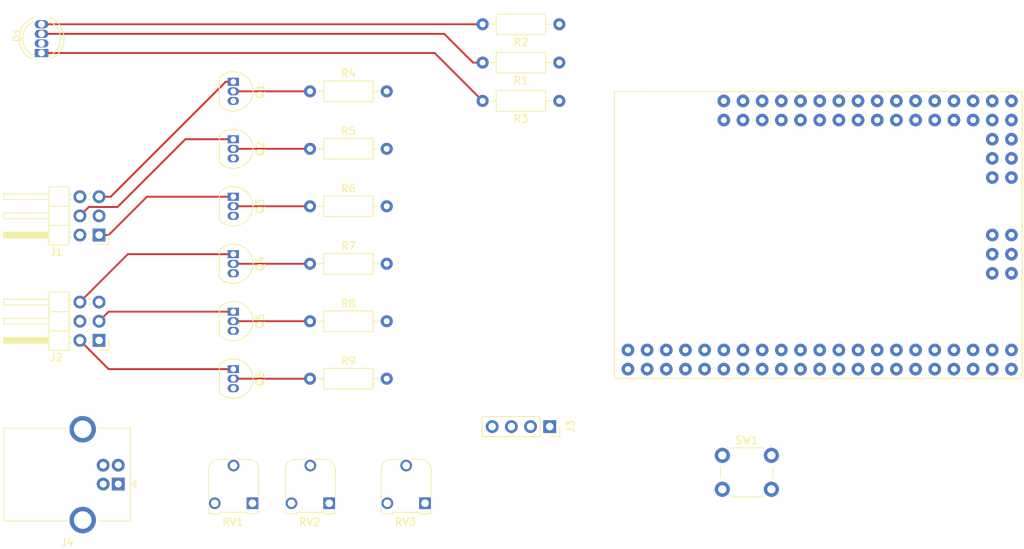
<source format=kicad_pcb>
(kicad_pcb (version 20171130) (host pcbnew "(5.1.9)-1")

  (general
    (thickness 1.6)
    (drawings 0)
    (tracks 32)
    (zones 0)
    (modules 25)
    (nets 106)
  )

  (page A4)
  (layers
    (0 F.Cu signal)
    (31 B.Cu signal)
    (33 F.Adhes user)
    (35 F.Paste user)
    (37 F.SilkS user)
    (38 B.Mask user)
    (39 F.Mask user)
    (40 Dwgs.User user)
    (41 Cmts.User user)
    (42 Eco1.User user)
    (43 Eco2.User user)
    (44 Edge.Cuts user)
    (45 Margin user)
    (46 B.CrtYd user)
    (47 F.CrtYd user)
    (49 F.Fab user)
  )

  (setup
    (last_trace_width 0.25)
    (trace_clearance 0.2)
    (zone_clearance 0.508)
    (zone_45_only no)
    (trace_min 0.2)
    (via_size 0.8)
    (via_drill 0.4)
    (via_min_size 0.4)
    (via_min_drill 0.3)
    (uvia_size 0.3)
    (uvia_drill 0.1)
    (uvias_allowed no)
    (uvia_min_size 0.2)
    (uvia_min_drill 0.1)
    (edge_width 0.05)
    (segment_width 0.2)
    (pcb_text_width 0.3)
    (pcb_text_size 1.5 1.5)
    (mod_edge_width 0.12)
    (mod_text_size 1 1)
    (mod_text_width 0.15)
    (pad_size 1.6764 1.6764)
    (pad_drill 0.8)
    (pad_to_mask_clearance 0)
    (aux_axis_origin 0 0)
    (visible_elements FFFFFF7F)
    (pcbplotparams
      (layerselection 0x010fc_ffffffff)
      (usegerberextensions false)
      (usegerberattributes true)
      (usegerberadvancedattributes true)
      (creategerberjobfile true)
      (excludeedgelayer true)
      (linewidth 0.100000)
      (plotframeref false)
      (viasonmask false)
      (mode 1)
      (useauxorigin false)
      (hpglpennumber 1)
      (hpglpenspeed 20)
      (hpglpendiameter 15.000000)
      (psnegative false)
      (psa4output false)
      (plotreference true)
      (plotvalue true)
      (plotinvisibletext false)
      (padsonsilk false)
      (subtractmaskfromsilk false)
      (outputformat 1)
      (mirror false)
      (drillshape 1)
      (scaleselection 1)
      (outputdirectory ""))
  )

  (net 0 "")
  (net 1 "Net-(D1-Pad1)")
  (net 2 "Net-(D1-Pad2)")
  (net 3 "Net-(D1-Pad3)")
  (net 4 GND)
  (net 5 "Net-(J1-Pad6)")
  (net 6 "Net-(J1-Pad5)")
  (net 7 "Net-(J1-Pad4)")
  (net 8 "Net-(J1-Pad3)")
  (net 9 "Net-(J1-Pad2)")
  (net 10 "Net-(J1-Pad1)")
  (net 11 "Net-(J2-Pad6)")
  (net 12 "Net-(J2-Pad5)")
  (net 13 "Net-(J2-Pad3)")
  (net 14 "Net-(J2-Pad2)")
  (net 15 "Net-(J2-Pad1)")
  (net 16 "Net-(J3-Pad4)")
  (net 17 "Net-(J3-Pad3)")
  (net 18 +5V)
  (net 19 "Net-(J4-Pad5)")
  (net 20 "Net-(J4-Pad3)")
  (net 21 "Net-(J4-Pad2)")
  (net 22 "Net-(Q1-Pad2)")
  (net 23 "Net-(Q2-Pad2)")
  (net 24 "Net-(Q3-Pad2)")
  (net 25 "Net-(Q4-Pad2)")
  (net 26 "Net-(Q5-Pad2)")
  (net 27 "Net-(Q6-Pad2)")
  (net 28 "Net-(R1-Pad1)")
  (net 29 "Net-(R2-Pad1)")
  (net 30 "Net-(R3-Pad1)")
  (net 31 "Net-(R4-Pad2)")
  (net 32 "Net-(R5-Pad2)")
  (net 33 "Net-(R6-Pad2)")
  (net 34 "Net-(R7-Pad2)")
  (net 35 "Net-(R8-Pad2)")
  (net 36 "Net-(R9-Pad2)")
  (net 37 "Net-(RV1-Pad2)")
  (net 38 "Net-(RV2-Pad2)")
  (net 39 "Net-(RV3-Pad2)")
  (net 40 "Net-(SW1-Pad1)")
  (net 41 "Net-(U1-PadMOSI)")
  (net 42 "Net-(U1-Pad5V_1)")
  (net 43 "Net-(U1-PadMISO)")
  (net 44 "Net-(U1-PadSCK)")
  (net 45 "Net-(U1-PadGND_1)")
  (net 46 "Net-(U1-PadRESET)")
  (net 47 "Net-(U1-PadD53)")
  (net 48 "Net-(U1-PadD52)")
  (net 49 "Net-(U1-PadD50)")
  (net 50 "Net-(U1-PadD51)")
  (net 51 "Net-(U1-PadD49)")
  (net 52 "Net-(U1-PadD48)")
  (net 53 "Net-(U1-PadD47)")
  (net 54 "Net-(U1-PadD43)")
  (net 55 "Net-(U1-PadD42)")
  (net 56 "Net-(U1-PadD41)")
  (net 57 "Net-(U1-PadD40)")
  (net 58 "Net-(U1-PadD39)")
  (net 59 "Net-(U1-PadD38)")
  (net 60 "Net-(U1-PadD37)")
  (net 61 "Net-(U1-PadD36)")
  (net 62 "Net-(U1-PadD35)")
  (net 63 "Net-(U1-PadD34)")
  (net 64 "Net-(U1-PadD33)")
  (net 65 "Net-(U1-PadD32)")
  (net 66 "Net-(U1-PadA15)")
  (net 67 "Net-(U1-PadA14)")
  (net 68 "Net-(U1-PadA13)")
  (net 69 "Net-(U1-PadA12)")
  (net 70 "Net-(U1-PadA11)")
  (net 71 "Net-(U1-PadA10)")
  (net 72 "Net-(U1-PadA9)")
  (net 73 "Net-(U1-PadA8)")
  (net 74 "Net-(U1-PadA7)")
  (net 75 "Net-(U1-PadA6)")
  (net 76 "Net-(U1-PadA4)")
  (net 77 "Net-(U1-PadA5)")
  (net 78 "Net-(U1-PadA3)")
  (net 79 "Net-(U1-PadD22)")
  (net 80 "Net-(U1-PadD24)")
  (net 81 "Net-(U1-PadD26)")
  (net 82 "Net-(U1-PadD28)")
  (net 83 "Net-(U1-PadD30)")
  (net 84 "Net-(U1-PadD31)")
  (net 85 "Net-(U1-PadD29)")
  (net 86 "Net-(U1-PadD27)")
  (net 87 "Net-(U1-PadD25)")
  (net 88 "Net-(U1-PadD23)")
  (net 89 "Net-(U1-PadD18)")
  (net 90 "Net-(U1-PadD16)")
  (net 91 "Net-(U1-PadD14)")
  (net 92 "Net-(U1-PadD12)")
  (net 93 "Net-(U1-PadD4)")
  (net 94 "Net-(U1-PadD2)")
  (net 95 "Net-(U1-PadD19)")
  (net 96 "Net-(U1-PadD17)")
  (net 97 "Net-(U1-PadD15)")
  (net 98 "Net-(U1-PadD13)")
  (net 99 "Net-(U1-PadD11)")
  (net 100 "Net-(U1-PadD3)")
  (net 101 "Net-(U1-PadTX)")
  (net 102 "Net-(U1-PadRX)")
  (net 103 "Net-(U1-PadAREF)")
  (net 104 "Net-(U1-Pad3V3_1)")
  (net 105 "Net-(U1-PadVIN_1)")

  (net_class Default "This is the default net class."
    (clearance 0.2)
    (trace_width 0.25)
    (via_dia 0.8)
    (via_drill 0.4)
    (uvia_dia 0.3)
    (uvia_drill 0.1)
    (add_net +5V)
    (add_net GND)
    (add_net "Net-(D1-Pad1)")
    (add_net "Net-(D1-Pad2)")
    (add_net "Net-(D1-Pad3)")
    (add_net "Net-(J1-Pad1)")
    (add_net "Net-(J1-Pad2)")
    (add_net "Net-(J1-Pad3)")
    (add_net "Net-(J1-Pad4)")
    (add_net "Net-(J1-Pad5)")
    (add_net "Net-(J1-Pad6)")
    (add_net "Net-(J2-Pad1)")
    (add_net "Net-(J2-Pad2)")
    (add_net "Net-(J2-Pad3)")
    (add_net "Net-(J2-Pad5)")
    (add_net "Net-(J2-Pad6)")
    (add_net "Net-(J3-Pad3)")
    (add_net "Net-(J3-Pad4)")
    (add_net "Net-(J4-Pad2)")
    (add_net "Net-(J4-Pad3)")
    (add_net "Net-(J4-Pad5)")
    (add_net "Net-(Q1-Pad2)")
    (add_net "Net-(Q2-Pad2)")
    (add_net "Net-(Q3-Pad2)")
    (add_net "Net-(Q4-Pad2)")
    (add_net "Net-(Q5-Pad2)")
    (add_net "Net-(Q6-Pad2)")
    (add_net "Net-(R1-Pad1)")
    (add_net "Net-(R2-Pad1)")
    (add_net "Net-(R3-Pad1)")
    (add_net "Net-(R4-Pad2)")
    (add_net "Net-(R5-Pad2)")
    (add_net "Net-(R6-Pad2)")
    (add_net "Net-(R7-Pad2)")
    (add_net "Net-(R8-Pad2)")
    (add_net "Net-(R9-Pad2)")
    (add_net "Net-(RV1-Pad2)")
    (add_net "Net-(RV2-Pad2)")
    (add_net "Net-(RV3-Pad2)")
    (add_net "Net-(SW1-Pad1)")
    (add_net "Net-(U1-Pad3V3_1)")
    (add_net "Net-(U1-Pad5V_1)")
    (add_net "Net-(U1-PadA10)")
    (add_net "Net-(U1-PadA11)")
    (add_net "Net-(U1-PadA12)")
    (add_net "Net-(U1-PadA13)")
    (add_net "Net-(U1-PadA14)")
    (add_net "Net-(U1-PadA15)")
    (add_net "Net-(U1-PadA3)")
    (add_net "Net-(U1-PadA4)")
    (add_net "Net-(U1-PadA5)")
    (add_net "Net-(U1-PadA6)")
    (add_net "Net-(U1-PadA7)")
    (add_net "Net-(U1-PadA8)")
    (add_net "Net-(U1-PadA9)")
    (add_net "Net-(U1-PadAREF)")
    (add_net "Net-(U1-PadD11)")
    (add_net "Net-(U1-PadD12)")
    (add_net "Net-(U1-PadD13)")
    (add_net "Net-(U1-PadD14)")
    (add_net "Net-(U1-PadD15)")
    (add_net "Net-(U1-PadD16)")
    (add_net "Net-(U1-PadD17)")
    (add_net "Net-(U1-PadD18)")
    (add_net "Net-(U1-PadD19)")
    (add_net "Net-(U1-PadD2)")
    (add_net "Net-(U1-PadD22)")
    (add_net "Net-(U1-PadD23)")
    (add_net "Net-(U1-PadD24)")
    (add_net "Net-(U1-PadD25)")
    (add_net "Net-(U1-PadD26)")
    (add_net "Net-(U1-PadD27)")
    (add_net "Net-(U1-PadD28)")
    (add_net "Net-(U1-PadD29)")
    (add_net "Net-(U1-PadD3)")
    (add_net "Net-(U1-PadD30)")
    (add_net "Net-(U1-PadD31)")
    (add_net "Net-(U1-PadD32)")
    (add_net "Net-(U1-PadD33)")
    (add_net "Net-(U1-PadD34)")
    (add_net "Net-(U1-PadD35)")
    (add_net "Net-(U1-PadD36)")
    (add_net "Net-(U1-PadD37)")
    (add_net "Net-(U1-PadD38)")
    (add_net "Net-(U1-PadD39)")
    (add_net "Net-(U1-PadD4)")
    (add_net "Net-(U1-PadD40)")
    (add_net "Net-(U1-PadD41)")
    (add_net "Net-(U1-PadD42)")
    (add_net "Net-(U1-PadD43)")
    (add_net "Net-(U1-PadD47)")
    (add_net "Net-(U1-PadD48)")
    (add_net "Net-(U1-PadD49)")
    (add_net "Net-(U1-PadD50)")
    (add_net "Net-(U1-PadD51)")
    (add_net "Net-(U1-PadD52)")
    (add_net "Net-(U1-PadD53)")
    (add_net "Net-(U1-PadGND_1)")
    (add_net "Net-(U1-PadMISO)")
    (add_net "Net-(U1-PadMOSI)")
    (add_net "Net-(U1-PadRESET)")
    (add_net "Net-(U1-PadRX)")
    (add_net "Net-(U1-PadSCK)")
    (add_net "Net-(U1-PadTX)")
    (add_net "Net-(U1-PadVIN_1)")
  )

  (module LED_THT:LED_D5.0mm-4_RGB (layer F.Cu) (tedit 609CDAF9) (tstamp 609DAA44)
    (at 72.39 77.47 90)
    (descr "LED, diameter 5.0mm, 2 pins, diameter 5.0mm, 3 pins, diameter 5.0mm, 4 pins, http://www.kingbright.com/attachments/file/psearch/000/00/00/L-154A4SUREQBFZGEW(Ver.9A).pdf")
    (tags "LED diameter 5.0mm 2 pins diameter 5.0mm 3 pins diameter 5.0mm 4 pins RGB RGBLED")
    (path /60A5A4AE)
    (fp_text reference D1 (at 2.413 -3.198 90) (layer F.SilkS)
      (effects (font (size 1 1) (thickness 0.15)))
    )
    (fp_text value LED_RGBC (at 2.667 4.722 90) (layer F.Fab)
      (effects (font (size 1 1) (thickness 0.15)))
    )
    (fp_text user %R (at 2.413 -3.198 90) (layer F.Fab)
      (effects (font (size 1 1) (thickness 0.15)))
    )
    (fp_arc (start 1.905 0) (end -0.349684 1.08) (angle -128.8) (layer F.SilkS) (width 0.12))
    (fp_arc (start 1.905 0) (end -0.349684 -1.08) (angle 128.8) (layer F.SilkS) (width 0.12))
    (fp_arc (start 1.905 0) (end -0.655 1.54483) (angle -127.7) (layer F.SilkS) (width 0.12))
    (fp_arc (start 1.905 0) (end -0.655 -1.54483) (angle 127.7) (layer F.SilkS) (width 0.12))
    (fp_arc (start 1.905 0) (end -0.595 -1.469694) (angle 299.1) (layer F.Fab) (width 0.1))
    (fp_circle (center 1.905 0) (end 4.405 0) (layer F.Fab) (width 0.1))
    (fp_line (start -0.595 -1.469694) (end -0.595 1.469694) (layer F.Fab) (width 0.1))
    (fp_line (start -0.655 -1.545) (end -0.655 -1.08) (layer F.SilkS) (width 0.12))
    (fp_line (start -0.655 1.08) (end -0.655 1.545) (layer F.SilkS) (width 0.12))
    (fp_line (start -1.35 -3.25) (end -1.35 3.25) (layer F.CrtYd) (width 0.05))
    (fp_line (start -1.35 3.25) (end 5.15 3.25) (layer F.CrtYd) (width 0.05))
    (fp_line (start 5.15 3.25) (end 5.15 -3.25) (layer F.CrtYd) (width 0.05))
    (fp_line (start 5.15 -3.25) (end -1.35 -3.25) (layer F.CrtYd) (width 0.05))
    (pad 4 thru_hole oval (at 3.81 0 90) (size 1.07 1.8) (drill 0.9) (layers *.Cu *.Mask)
      (net 3 "Net-(D1-Pad3)"))
    (pad 3 thru_hole oval (at 2.54 0 90) (size 1.07 1.8) (drill 0.9) (layers *.Cu *.Mask)
      (net 2 "Net-(D1-Pad2)"))
    (pad 2 thru_hole oval (at 1.27 0 90) (size 1.07 1.8) (drill 0.9) (layers *.Cu *.Mask)
      (net 4 GND))
    (pad 1 thru_hole rect (at 0 0 90) (size 1.07 1.8) (drill 0.9) (layers *.Cu *.Mask)
      (net 1 "Net-(D1-Pad1)"))
    (model ${KISYS3DMOD}/LED_THT.3dshapes/LED_D5.0mm-4_RGB.wrl
      (at (xyz 0 0 0))
      (scale (xyz 1 1 1))
      (rotate (xyz 0 0 0))
    )
  )

  (module MODULE_MEGA_PRO_EMBED_CH340G_:_ATMEGA2560 (layer F.Cu) (tedit 609CDC59) (tstamp 609DAD49)
    (at 175.26 101.6)
    (path /609C607E)
    (fp_text reference U1 (at -23.295 -19.685) (layer F.SilkS)
      (effects (font (size 1 1) (thickness 0.015)))
    )
    (fp_text value MEGA_PRO_EMBED_CH340G___ATMEGA2560 (at -0.435 20.955) (layer F.Fab)
      (effects (font (size 1 1) (thickness 0.015)))
    )
    (fp_line (start 27 19) (end 27 -19) (layer F.SilkS) (width 0.127))
    (fp_line (start -27 -19) (end 27 -19) (layer F.SilkS) (width 0.127))
    (fp_line (start -27 19) (end -27 -19) (layer F.SilkS) (width 0.127))
    (fp_line (start -27 19) (end 27 19) (layer F.SilkS) (width 0.127))
    (fp_line (start 27 19) (end 27 -19) (layer F.Fab) (width 0.127))
    (fp_line (start -27 -19) (end 27 -19) (layer F.Fab) (width 0.127))
    (fp_line (start -27 19) (end -27 -19) (layer F.Fab) (width 0.127))
    (fp_line (start -27 19) (end 27 19) (layer F.Fab) (width 0.127))
    (fp_line (start -27.25 -19.25) (end 27.25 -19.25) (layer F.CrtYd) (width 0.05))
    (fp_line (start 27.25 -19.25) (end 27.25 19.25) (layer F.CrtYd) (width 0.05))
    (fp_line (start 27.25 19.25) (end -27.25 19.25) (layer F.CrtYd) (width 0.05))
    (fp_line (start -27.25 19.25) (end -27.25 -19.25) (layer F.CrtYd) (width 0.05))
    (pad MOSI thru_hole circle (at 25.6 2.54) (size 1.6764 1.6764) (drill 0.8) (layers *.Cu *.Mask)
      (net 41 "Net-(U1-PadMOSI)"))
    (pad 5V_3 thru_hole circle (at 25.6 0) (size 1.6764 1.6764) (drill 0.8) (layers *.Cu *.Mask)
      (net 42 "Net-(U1-Pad5V_1)"))
    (pad MISO thru_hole circle (at 23.06 0) (size 1.6764 1.6764) (drill 0.8) (layers *.Cu *.Mask)
      (net 43 "Net-(U1-PadMISO)"))
    (pad SCK thru_hole circle (at 23.06 2.54) (size 1.6764 1.6764) (drill 0.8) (layers *.Cu *.Mask)
      (net 44 "Net-(U1-PadSCK)"))
    (pad GND_3 thru_hole circle (at 25.6 5.08) (size 1.6764 1.6764) (drill 0.8) (layers *.Cu *.Mask)
      (net 45 "Net-(U1-PadGND_1)"))
    (pad RESET thru_hole circle (at 23.06 5.08) (size 1.6764 1.6764) (drill 0.8) (layers *.Cu *.Mask)
      (net 46 "Net-(U1-PadRESET)"))
    (pad D53 thru_hole circle (at 23.06 -7.62) (size 1.6764 1.6764) (drill 0.8) (layers *.Cu *.Mask)
      (net 47 "Net-(U1-PadD53)"))
    (pad D52 thru_hole circle (at 25.6 -7.62) (size 1.6764 1.6764) (drill 0.8) (layers *.Cu *.Mask)
      (net 48 "Net-(U1-PadD52)"))
    (pad D50 thru_hole circle (at 25.6 -10.16) (size 1.6764 1.6764) (drill 0.8) (layers *.Cu *.Mask)
      (net 49 "Net-(U1-PadD50)"))
    (pad D51 thru_hole circle (at 23.06 -10.16) (size 1.6764 1.6764) (drill 0.8) (layers *.Cu *.Mask)
      (net 50 "Net-(U1-PadD51)"))
    (pad D49 thru_hole circle (at 23.06 -12.7) (size 1.6764 1.6764) (drill 0.8) (layers *.Cu *.Mask)
      (net 51 "Net-(U1-PadD49)"))
    (pad D48 thru_hole circle (at 25.6 -12.7) (size 1.6764 1.6764) (drill 0.8) (layers *.Cu *.Mask)
      (net 52 "Net-(U1-PadD48)"))
    (pad D47 thru_hole circle (at 25.6 -15.24) (size 1.6764 1.6764) (drill 0.8) (layers *.Cu *.Mask)
      (net 53 "Net-(U1-PadD47)"))
    (pad D46 thru_hole circle (at 25.6 -17.78) (size 1.6764 1.6764) (drill 0.8) (layers *.Cu *.Mask)
      (net 29 "Net-(R2-Pad1)"))
    (pad D45 thru_hole circle (at 23.06 -15.24) (size 1.6764 1.6764) (drill 0.8) (layers *.Cu *.Mask)
      (net 28 "Net-(R1-Pad1)"))
    (pad D44 thru_hole circle (at 23.06 -17.78) (size 1.6764 1.6764) (drill 0.8) (layers *.Cu *.Mask)
      (net 30 "Net-(R3-Pad1)"))
    (pad D43 thru_hole circle (at 20.52 -15.24) (size 1.6764 1.6764) (drill 0.8) (layers *.Cu *.Mask)
      (net 54 "Net-(U1-PadD43)"))
    (pad D42 thru_hole circle (at 20.52 -17.78) (size 1.6764 1.6764) (drill 0.8) (layers *.Cu *.Mask)
      (net 55 "Net-(U1-PadD42)"))
    (pad D41 thru_hole circle (at 17.98 -15.24) (size 1.6764 1.6764) (drill 0.8) (layers *.Cu *.Mask)
      (net 56 "Net-(U1-PadD41)"))
    (pad D40 thru_hole circle (at 17.98 -17.78) (size 1.6764 1.6764) (drill 0.8) (layers *.Cu *.Mask)
      (net 57 "Net-(U1-PadD40)"))
    (pad D39 thru_hole circle (at 15.44 -15.24) (size 1.6764 1.6764) (drill 0.8) (layers *.Cu *.Mask)
      (net 58 "Net-(U1-PadD39)"))
    (pad D38 thru_hole circle (at 15.44 -17.78) (size 1.6764 1.6764) (drill 0.8) (layers *.Cu *.Mask)
      (net 59 "Net-(U1-PadD38)"))
    (pad D37 thru_hole circle (at 12.9 -15.24) (size 1.6764 1.6764) (drill 0.8) (layers *.Cu *.Mask)
      (net 60 "Net-(U1-PadD37)"))
    (pad D36 thru_hole circle (at 12.9 -17.78) (size 1.6764 1.6764) (drill 0.8) (layers *.Cu *.Mask)
      (net 61 "Net-(U1-PadD36)"))
    (pad D35 thru_hole circle (at 10.36 -15.24) (size 1.6764 1.6764) (drill 0.8) (layers *.Cu *.Mask)
      (net 62 "Net-(U1-PadD35)"))
    (pad D34 thru_hole circle (at 10.36 -17.78) (size 1.6764 1.6764) (drill 0.8) (layers *.Cu *.Mask)
      (net 63 "Net-(U1-PadD34)"))
    (pad D33 thru_hole circle (at 7.82 -15.24) (size 1.6764 1.6764) (drill 0.8) (layers *.Cu *.Mask)
      (net 64 "Net-(U1-PadD33)"))
    (pad D32 thru_hole circle (at 7.82 -17.78) (size 1.6764 1.6764) (drill 0.8) (layers *.Cu *.Mask)
      (net 65 "Net-(U1-PadD32)"))
    (pad A15 thru_hole circle (at 5.28 -15.24) (size 1.6764 1.6764) (drill 0.8) (layers *.Cu *.Mask)
      (net 66 "Net-(U1-PadA15)"))
    (pad A14 thru_hole circle (at 5.28 -17.78) (size 1.6764 1.6764) (drill 0.8) (layers *.Cu *.Mask)
      (net 67 "Net-(U1-PadA14)"))
    (pad A13 thru_hole circle (at 2.74 -15.24) (size 1.6764 1.6764) (drill 0.8) (layers *.Cu *.Mask)
      (net 68 "Net-(U1-PadA13)"))
    (pad A12 thru_hole circle (at 2.74 -17.78) (size 1.6764 1.6764) (drill 0.8) (layers *.Cu *.Mask)
      (net 69 "Net-(U1-PadA12)"))
    (pad A11 thru_hole circle (at 0.2 -15.24) (size 1.6764 1.6764) (drill 0.8) (layers *.Cu *.Mask)
      (net 70 "Net-(U1-PadA11)"))
    (pad A10 thru_hole circle (at 0.2 -17.78) (size 1.6764 1.6764) (drill 0.8) (layers *.Cu *.Mask)
      (net 71 "Net-(U1-PadA10)"))
    (pad A9 thru_hole circle (at -2.34 -15.24) (size 1.6764 1.6764) (drill 0.8) (layers *.Cu *.Mask)
      (net 72 "Net-(U1-PadA9)"))
    (pad A8 thru_hole circle (at -2.34 -17.78) (size 1.6764 1.6764) (drill 0.8) (layers *.Cu *.Mask)
      (net 73 "Net-(U1-PadA8)"))
    (pad A7 thru_hole circle (at -4.88 -15.24) (size 1.6764 1.6764) (drill 0.8) (layers *.Cu *.Mask)
      (net 74 "Net-(U1-PadA7)"))
    (pad A6 thru_hole circle (at -4.88 -17.78) (size 1.6764 1.6764) (drill 0.8) (layers *.Cu *.Mask)
      (net 75 "Net-(U1-PadA6)"))
    (pad A4 thru_hole circle (at -7.42 -17.78) (size 1.6764 1.6764) (drill 0.8) (layers *.Cu *.Mask)
      (net 76 "Net-(U1-PadA4)"))
    (pad A5 thru_hole circle (at -7.42 -15.24) (size 1.6764 1.6764) (drill 0.8) (layers *.Cu *.Mask)
      (net 77 "Net-(U1-PadA5)"))
    (pad A3 thru_hole circle (at -9.96 -15.24) (size 1.6764 1.6764) (drill 0.8) (layers *.Cu *.Mask)
      (net 78 "Net-(U1-PadA3)"))
    (pad A2 thru_hole circle (at -9.96 -17.78) (size 1.6764 1.6764) (drill 0.8) (layers *.Cu *.Mask)
      (net 39 "Net-(RV3-Pad2)"))
    (pad A0 thru_hole circle (at -12.5 -17.78) (size 1.6764 1.6764) (drill 0.8) (layers *.Cu *.Mask)
      (net 37 "Net-(RV1-Pad2)"))
    (pad A1 thru_hole circle (at -12.5 -15.24) (size 1.6764 1.6764) (drill 0.8) (layers *.Cu *.Mask)
      (net 38 "Net-(RV2-Pad2)"))
    (pad D22 thru_hole circle (at 15.44 15.24) (size 1.6764 1.6764) (drill 0.8) (layers *.Cu *.Mask)
      (net 79 "Net-(U1-PadD22)"))
    (pad D24 thru_hole circle (at 17.98 15.24) (size 1.6764 1.6764) (drill 0.8) (layers *.Cu *.Mask)
      (net 80 "Net-(U1-PadD24)"))
    (pad D26 thru_hole circle (at 20.52 15.24) (size 1.6764 1.6764) (drill 0.8) (layers *.Cu *.Mask)
      (net 81 "Net-(U1-PadD26)"))
    (pad D28 thru_hole circle (at 23.06 15.24) (size 1.6764 1.6764) (drill 0.8) (layers *.Cu *.Mask)
      (net 82 "Net-(U1-PadD28)"))
    (pad D30 thru_hole circle (at 25.6 15.24) (size 1.6764 1.6764) (drill 0.8) (layers *.Cu *.Mask)
      (net 83 "Net-(U1-PadD30)"))
    (pad D31 thru_hole circle (at 25.6 17.78) (size 1.6764 1.6764) (drill 0.8) (layers *.Cu *.Mask)
      (net 84 "Net-(U1-PadD31)"))
    (pad D29 thru_hole circle (at 23.06 17.78) (size 1.6764 1.6764) (drill 0.8) (layers *.Cu *.Mask)
      (net 85 "Net-(U1-PadD29)"))
    (pad D27 thru_hole circle (at 20.52 17.78) (size 1.6764 1.6764) (drill 0.8) (layers *.Cu *.Mask)
      (net 86 "Net-(U1-PadD27)"))
    (pad D25 thru_hole circle (at 17.98 17.78) (size 1.6764 1.6764) (drill 0.8) (layers *.Cu *.Mask)
      (net 87 "Net-(U1-PadD25)"))
    (pad D23 thru_hole circle (at 15.44 17.78) (size 1.6764 1.6764) (drill 0.8) (layers *.Cu *.Mask)
      (net 88 "Net-(U1-PadD23)"))
    (pad D20 thru_hole circle (at 12.9 15.24) (size 1.6764 1.6764) (drill 0.8) (layers *.Cu *.Mask)
      (net 16 "Net-(J3-Pad4)"))
    (pad D18 thru_hole circle (at 10.36 15.24) (size 1.6764 1.6764) (drill 0.8) (layers *.Cu *.Mask)
      (net 89 "Net-(U1-PadD18)"))
    (pad D16 thru_hole circle (at 7.82 15.24) (size 1.6764 1.6764) (drill 0.8) (layers *.Cu *.Mask)
      (net 90 "Net-(U1-PadD16)"))
    (pad D14 thru_hole circle (at 5.28 15.24) (size 1.6764 1.6764) (drill 0.8) (layers *.Cu *.Mask)
      (net 91 "Net-(U1-PadD14)"))
    (pad D12 thru_hole circle (at 2.74 15.24) (size 1.6764 1.6764) (drill 0.8) (layers *.Cu *.Mask)
      (net 92 "Net-(U1-PadD12)"))
    (pad D10 thru_hole circle (at 0.2 15.24) (size 1.6764 1.6764) (drill 0.8) (layers *.Cu *.Mask)
      (net 36 "Net-(R9-Pad2)"))
    (pad D8 thru_hole circle (at -2.34 15.24) (size 1.6764 1.6764) (drill 0.8) (layers *.Cu *.Mask)
      (net 34 "Net-(R7-Pad2)"))
    (pad D6 thru_hole circle (at -4.88 15.24) (size 1.6764 1.6764) (drill 0.8) (layers *.Cu *.Mask)
      (net 32 "Net-(R5-Pad2)"))
    (pad D4 thru_hole circle (at -7.42 15.24) (size 1.6764 1.6764) (drill 0.8) (layers *.Cu *.Mask)
      (net 93 "Net-(U1-PadD4)"))
    (pad D2 thru_hole circle (at -9.96 15.24) (size 1.6764 1.6764) (drill 0.8) (layers *.Cu *.Mask)
      (net 94 "Net-(U1-PadD2)"))
    (pad D21 thru_hole circle (at 12.9 17.78) (size 1.6764 1.6764) (drill 0.8) (layers *.Cu *.Mask)
      (net 17 "Net-(J3-Pad3)"))
    (pad D19 thru_hole circle (at 10.36 17.78) (size 1.6764 1.6764) (drill 0.8) (layers *.Cu *.Mask)
      (net 95 "Net-(U1-PadD19)"))
    (pad D17 thru_hole circle (at 7.82 17.78) (size 1.6764 1.6764) (drill 0.8) (layers *.Cu *.Mask)
      (net 96 "Net-(U1-PadD17)"))
    (pad D15 thru_hole circle (at 5.28 17.78) (size 1.6764 1.6764) (drill 0.8) (layers *.Cu *.Mask)
      (net 97 "Net-(U1-PadD15)"))
    (pad D13 thru_hole circle (at 2.74 17.78) (size 1.6764 1.6764) (drill 0.8) (layers *.Cu *.Mask)
      (net 98 "Net-(U1-PadD13)"))
    (pad D11 thru_hole circle (at 0.2 17.78) (size 1.6764 1.6764) (drill 0.8) (layers *.Cu *.Mask)
      (net 99 "Net-(U1-PadD11)"))
    (pad D9 thru_hole circle (at -2.34 17.78) (size 1.6764 1.6764) (drill 0.8) (layers *.Cu *.Mask)
      (net 35 "Net-(R8-Pad2)"))
    (pad D7 thru_hole circle (at -4.88 17.78) (size 1.6764 1.6764) (drill 0.8) (layers *.Cu *.Mask)
      (net 33 "Net-(R6-Pad2)"))
    (pad D5 thru_hole circle (at -7.42 17.78) (size 1.6764 1.6764) (drill 0.8) (layers *.Cu *.Mask)
      (net 31 "Net-(R4-Pad2)"))
    (pad D3 thru_hole circle (at -9.96 17.78) (size 1.6764 1.6764) (drill 0.8) (layers *.Cu *.Mask)
      (net 100 "Net-(U1-PadD3)"))
    (pad TX thru_hole circle (at -12.5 17.78) (size 1.6764 1.6764) (drill 0.8) (layers *.Cu *.Mask)
      (net 101 "Net-(U1-PadTX)"))
    (pad RX thru_hole circle (at -12.5 15.24) (size 1.6764 1.6764) (drill 0.8) (layers *.Cu *.Mask)
      (net 102 "Net-(U1-PadRX)"))
    (pad AREF thru_hole circle (at -15.04 15.24) (size 1.6764 1.6764) (drill 0.8) (layers *.Cu *.Mask)
      (net 103 "Net-(U1-PadAREF)"))
    (pad RST thru_hole circle (at -15.04 17.78) (size 1.6764 1.6764) (drill 0.8) (layers *.Cu *.Mask)
      (net 40 "Net-(SW1-Pad1)"))
    (pad 3V3_1 thru_hole circle (at -17.58 17.78) (size 1.6764 1.6764) (drill 0.8) (layers *.Cu *.Mask)
      (net 104 "Net-(U1-Pad3V3_1)"))
    (pad 3V3_2 thru_hole circle (at -17.58 15.24) (size 1.6764 1.6764) (drill 0.8) (layers *.Cu *.Mask)
      (net 104 "Net-(U1-Pad3V3_1)"))
    (pad 5V_2 thru_hole circle (at -20.12 15.24) (size 1.6764 1.6764) (drill 0.8) (layers *.Cu *.Mask)
      (net 42 "Net-(U1-Pad5V_1)"))
    (pad 5V_1 thru_hole circle (at -20.12 17.78) (size 1.6764 1.6764) (drill 0.8) (layers *.Cu *.Mask)
      (net 18 +5V))
    (pad GND_1 thru_hole circle (at -22.66 17.78) (size 1.6764 1.6764) (drill 0.8) (layers *.Cu *.Mask)
      (net 4 GND))
    (pad GND_2 thru_hole circle (at -22.66 15.24) (size 1.6764 1.6764) (drill 0.8) (layers *.Cu *.Mask)
      (net 4 GND))
    (pad VIN_1 thru_hole circle (at -25.2 17.78) (size 1.6764 1.6764) (drill 0.8) (layers *.Cu *.Mask)
      (net 105 "Net-(U1-PadVIN_1)"))
    (pad VIN_2 thru_hole circle (at -25.2 15.24) (size 1.6764 1.6764) (drill 0.8) (layers *.Cu *.Mask)
      (net 105 "Net-(U1-PadVIN_1)"))
  )

  (module Button_Switch_THT:SW_PUSH_6mm (layer F.Cu) (tedit 5A02FE31) (tstamp 609DACE3)
    (at 162.56 130.81)
    (descr https://www.omron.com/ecb/products/pdf/en-b3f.pdf)
    (tags "tact sw push 6mm")
    (path /60B02D94)
    (fp_text reference SW1 (at 3.25 -2) (layer F.SilkS)
      (effects (font (size 1 1) (thickness 0.15)))
    )
    (fp_text value RST_SW (at 3.75 6.7) (layer F.Fab)
      (effects (font (size 1 1) (thickness 0.15)))
    )
    (fp_circle (center 3.25 2.25) (end 1.25 2.5) (layer F.Fab) (width 0.1))
    (fp_line (start 6.75 3) (end 6.75 1.5) (layer F.SilkS) (width 0.12))
    (fp_line (start 5.5 -1) (end 1 -1) (layer F.SilkS) (width 0.12))
    (fp_line (start -0.25 1.5) (end -0.25 3) (layer F.SilkS) (width 0.12))
    (fp_line (start 1 5.5) (end 5.5 5.5) (layer F.SilkS) (width 0.12))
    (fp_line (start 8 -1.25) (end 8 5.75) (layer F.CrtYd) (width 0.05))
    (fp_line (start 7.75 6) (end -1.25 6) (layer F.CrtYd) (width 0.05))
    (fp_line (start -1.5 5.75) (end -1.5 -1.25) (layer F.CrtYd) (width 0.05))
    (fp_line (start -1.25 -1.5) (end 7.75 -1.5) (layer F.CrtYd) (width 0.05))
    (fp_line (start -1.5 6) (end -1.25 6) (layer F.CrtYd) (width 0.05))
    (fp_line (start -1.5 5.75) (end -1.5 6) (layer F.CrtYd) (width 0.05))
    (fp_line (start -1.5 -1.5) (end -1.25 -1.5) (layer F.CrtYd) (width 0.05))
    (fp_line (start -1.5 -1.25) (end -1.5 -1.5) (layer F.CrtYd) (width 0.05))
    (fp_line (start 8 -1.5) (end 8 -1.25) (layer F.CrtYd) (width 0.05))
    (fp_line (start 7.75 -1.5) (end 8 -1.5) (layer F.CrtYd) (width 0.05))
    (fp_line (start 8 6) (end 8 5.75) (layer F.CrtYd) (width 0.05))
    (fp_line (start 7.75 6) (end 8 6) (layer F.CrtYd) (width 0.05))
    (fp_line (start 0.25 -0.75) (end 3.25 -0.75) (layer F.Fab) (width 0.1))
    (fp_line (start 0.25 5.25) (end 0.25 -0.75) (layer F.Fab) (width 0.1))
    (fp_line (start 6.25 5.25) (end 0.25 5.25) (layer F.Fab) (width 0.1))
    (fp_line (start 6.25 -0.75) (end 6.25 5.25) (layer F.Fab) (width 0.1))
    (fp_line (start 3.25 -0.75) (end 6.25 -0.75) (layer F.Fab) (width 0.1))
    (fp_text user %R (at 3.25 2.25) (layer F.Fab)
      (effects (font (size 1 1) (thickness 0.15)))
    )
    (pad 2 thru_hole circle (at 0 4.5 90) (size 2 2) (drill 1.1) (layers *.Cu *.Mask)
      (net 40 "Net-(SW1-Pad1)"))
    (pad 1 thru_hole circle (at 0 0 90) (size 2 2) (drill 1.1) (layers *.Cu *.Mask)
      (net 40 "Net-(SW1-Pad1)"))
    (pad 2 thru_hole circle (at 6.5 4.5 90) (size 2 2) (drill 1.1) (layers *.Cu *.Mask)
      (net 40 "Net-(SW1-Pad1)"))
    (pad 1 thru_hole circle (at 6.5 0 90) (size 2 2) (drill 1.1) (layers *.Cu *.Mask)
      (net 40 "Net-(SW1-Pad1)"))
    (model ${KISYS3DMOD}/Button_Switch_THT.3dshapes/SW_PUSH_6mm.wrl
      (at (xyz 0 0 0))
      (scale (xyz 1 1 1))
      (rotate (xyz 0 0 0))
    )
  )

  (module Potentiometer_THT:Potentiometer_Runtron_RM-065_Vertical (layer F.Cu) (tedit 5BF6754C) (tstamp 609DACC4)
    (at 123.19 137.16 180)
    (descr "Potentiometer, vertical, Trimmer, RM-065 http://www.runtron.com/down/PDF%20Datasheet/Carbon%20Film%20Potentiometer/RM065%20RM063.pdf")
    (tags "Potentiometer Trimmer RM-065")
    (path /60A84BB3)
    (fp_text reference RV3 (at 2.6 -2.5) (layer F.SilkS)
      (effects (font (size 1 1) (thickness 0.15)))
    )
    (fp_text value 10K (at 2.6 7.4) (layer F.Fab)
      (effects (font (size 1 1) (thickness 0.15)))
    )
    (fp_line (start -0.71 -1.41) (end 0.71 -1.41) (layer F.SilkS) (width 0.12))
    (fp_line (start 0.71 -1.21) (end 4.29 -1.21) (layer F.SilkS) (width 0.12))
    (fp_line (start 4.29 -1.21) (end 4.29 -1.41) (layer F.SilkS) (width 0.12))
    (fp_line (start 4.29 -1.41) (end 5.71 -1.41) (layer F.SilkS) (width 0.12))
    (fp_line (start 5.71 -1.41) (end 5.71 -1.21) (layer F.SilkS) (width 0.12))
    (fp_line (start 1.99 5.81) (end 0.5 5.81) (layer F.SilkS) (width 0.12))
    (fp_line (start -0.81 4.5) (end -0.81 0.96) (layer F.SilkS) (width 0.12))
    (fp_line (start 5.81 0.52) (end 5.81 4.5) (layer F.SilkS) (width 0.12))
    (fp_line (start 4.5 5.81) (end 3.01 5.81) (layer F.SilkS) (width 0.12))
    (fp_line (start 0.5 5.7) (end 4.5 5.7) (layer F.Fab) (width 0.1))
    (fp_line (start 5.7 4.5) (end 5.7 -1.1) (layer F.Fab) (width 0.1))
    (fp_line (start -0.7 4.5) (end -0.7 -1.1) (layer F.Fab) (width 0.1))
    (fp_line (start -0.6 -1.1) (end -0.6 -1.3) (layer F.Fab) (width 0.1))
    (fp_line (start -0.6 -1.3) (end 0.6 -1.3) (layer F.Fab) (width 0.1))
    (fp_line (start 0.6 -1.3) (end 0.6 -1.1) (layer F.Fab) (width 0.1))
    (fp_line (start 5.6 -1.1) (end 5.6 -1.3) (layer F.Fab) (width 0.1))
    (fp_line (start 5.6 -1.3) (end 4.41 -1.3) (layer F.Fab) (width 0.1))
    (fp_line (start 4.4 -1.3) (end 4.4 -1.1) (layer F.Fab) (width 0.1))
    (fp_line (start 5.7 -1.1) (end -0.7 -1.1) (layer F.Fab) (width 0.1))
    (fp_line (start 6.05 6.03) (end -1.05 6.03) (layer F.CrtYd) (width 0.05))
    (fp_line (start 6.03 6.05) (end 6.03 -1.55) (layer F.CrtYd) (width 0.05))
    (fp_line (start -1.03 -1.55) (end -1.03 6.05) (layer F.CrtYd) (width 0.05))
    (fp_line (start -1.03 -1.55) (end 6.03 -1.55) (layer F.CrtYd) (width 0.05))
    (fp_circle (center 2.5 2.5) (end 5.5 2.5) (layer F.Fab) (width 0.1))
    (fp_line (start 0.71 -1.21) (end 0.71 -1.41) (layer F.SilkS) (width 0.12))
    (fp_line (start -0.71 -1.41) (end -0.71 -1.21) (layer F.SilkS) (width 0.12))
    (fp_line (start -0.71 -1.21) (end -0.81 -1.21) (layer F.SilkS) (width 0.12))
    (fp_line (start -0.81 -1.21) (end -0.81 -0.96) (layer F.SilkS) (width 0.12))
    (fp_line (start 5.71 -1.21) (end 5.81 -1.21) (layer F.SilkS) (width 0.12))
    (fp_line (start 5.81 -1.21) (end 5.81 -0.52) (layer F.SilkS) (width 0.12))
    (fp_arc (start 4.5 4.5) (end 4.5 5.81) (angle -90) (layer F.SilkS) (width 0.12))
    (fp_arc (start 0.5 4.5) (end -0.81 4.5) (angle -90) (layer F.SilkS) (width 0.12))
    (fp_arc (start 0.5 4.5) (end -0.7 4.5) (angle -90) (layer F.Fab) (width 0.1))
    (fp_arc (start 4.5 4.5) (end 4.5 5.7) (angle -90) (layer F.Fab) (width 0.1))
    (fp_text user %R (at 2.5 2.5) (layer F.Fab)
      (effects (font (size 1 1) (thickness 0.15)))
    )
    (pad 3 thru_hole circle (at 5 0 180) (size 1.55 1.55) (drill 1) (layers *.Cu *.Mask)
      (net 4 GND))
    (pad 1 thru_hole rect (at 0 0 180) (size 1.55 1.55) (drill 1) (layers *.Cu *.Mask)
      (net 18 +5V))
    (pad 2 thru_hole circle (at 2.5 5 180) (size 1.55 1.55) (drill 1) (layers *.Cu *.Mask)
      (net 39 "Net-(RV3-Pad2)"))
    (model ${KISYS3DMOD}/Potentiometer_THT.3dshapes/Potentiometer_Runtron_RM-065_Vertical.wrl
      (at (xyz 0 0 0))
      (scale (xyz 1 1 1))
      (rotate (xyz 0 0 0))
    )
  )

  (module Potentiometer_THT:Potentiometer_Runtron_RM-065_Vertical (layer F.Cu) (tedit 5BF6754C) (tstamp 609DAC9A)
    (at 110.49 137.16 180)
    (descr "Potentiometer, vertical, Trimmer, RM-065 http://www.runtron.com/down/PDF%20Datasheet/Carbon%20Film%20Potentiometer/RM065%20RM063.pdf")
    (tags "Potentiometer Trimmer RM-065")
    (path /60A8454E)
    (fp_text reference RV2 (at 2.6 -2.5) (layer F.SilkS)
      (effects (font (size 1 1) (thickness 0.15)))
    )
    (fp_text value 10K (at 2.6 7.4) (layer F.Fab)
      (effects (font (size 1 1) (thickness 0.15)))
    )
    (fp_text user %R (at 2.5 2.5) (layer F.Fab)
      (effects (font (size 1 1) (thickness 0.15)))
    )
    (fp_arc (start 4.5 4.5) (end 4.5 5.7) (angle -90) (layer F.Fab) (width 0.1))
    (fp_arc (start 0.5 4.5) (end -0.7 4.5) (angle -90) (layer F.Fab) (width 0.1))
    (fp_arc (start 0.5 4.5) (end -0.81 4.5) (angle -90) (layer F.SilkS) (width 0.12))
    (fp_arc (start 4.5 4.5) (end 4.5 5.81) (angle -90) (layer F.SilkS) (width 0.12))
    (fp_line (start 5.81 -1.21) (end 5.81 -0.52) (layer F.SilkS) (width 0.12))
    (fp_line (start 5.71 -1.21) (end 5.81 -1.21) (layer F.SilkS) (width 0.12))
    (fp_line (start -0.81 -1.21) (end -0.81 -0.96) (layer F.SilkS) (width 0.12))
    (fp_line (start -0.71 -1.21) (end -0.81 -1.21) (layer F.SilkS) (width 0.12))
    (fp_line (start -0.71 -1.41) (end -0.71 -1.21) (layer F.SilkS) (width 0.12))
    (fp_line (start 0.71 -1.21) (end 0.71 -1.41) (layer F.SilkS) (width 0.12))
    (fp_circle (center 2.5 2.5) (end 5.5 2.5) (layer F.Fab) (width 0.1))
    (fp_line (start -1.03 -1.55) (end 6.03 -1.55) (layer F.CrtYd) (width 0.05))
    (fp_line (start -1.03 -1.55) (end -1.03 6.05) (layer F.CrtYd) (width 0.05))
    (fp_line (start 6.03 6.05) (end 6.03 -1.55) (layer F.CrtYd) (width 0.05))
    (fp_line (start 6.05 6.03) (end -1.05 6.03) (layer F.CrtYd) (width 0.05))
    (fp_line (start 5.7 -1.1) (end -0.7 -1.1) (layer F.Fab) (width 0.1))
    (fp_line (start 4.4 -1.3) (end 4.4 -1.1) (layer F.Fab) (width 0.1))
    (fp_line (start 5.6 -1.3) (end 4.41 -1.3) (layer F.Fab) (width 0.1))
    (fp_line (start 5.6 -1.1) (end 5.6 -1.3) (layer F.Fab) (width 0.1))
    (fp_line (start 0.6 -1.3) (end 0.6 -1.1) (layer F.Fab) (width 0.1))
    (fp_line (start -0.6 -1.3) (end 0.6 -1.3) (layer F.Fab) (width 0.1))
    (fp_line (start -0.6 -1.1) (end -0.6 -1.3) (layer F.Fab) (width 0.1))
    (fp_line (start -0.7 4.5) (end -0.7 -1.1) (layer F.Fab) (width 0.1))
    (fp_line (start 5.7 4.5) (end 5.7 -1.1) (layer F.Fab) (width 0.1))
    (fp_line (start 0.5 5.7) (end 4.5 5.7) (layer F.Fab) (width 0.1))
    (fp_line (start 4.5 5.81) (end 3.01 5.81) (layer F.SilkS) (width 0.12))
    (fp_line (start 5.81 0.52) (end 5.81 4.5) (layer F.SilkS) (width 0.12))
    (fp_line (start -0.81 4.5) (end -0.81 0.96) (layer F.SilkS) (width 0.12))
    (fp_line (start 1.99 5.81) (end 0.5 5.81) (layer F.SilkS) (width 0.12))
    (fp_line (start 5.71 -1.41) (end 5.71 -1.21) (layer F.SilkS) (width 0.12))
    (fp_line (start 4.29 -1.41) (end 5.71 -1.41) (layer F.SilkS) (width 0.12))
    (fp_line (start 4.29 -1.21) (end 4.29 -1.41) (layer F.SilkS) (width 0.12))
    (fp_line (start 0.71 -1.21) (end 4.29 -1.21) (layer F.SilkS) (width 0.12))
    (fp_line (start -0.71 -1.41) (end 0.71 -1.41) (layer F.SilkS) (width 0.12))
    (pad 2 thru_hole circle (at 2.5 5 180) (size 1.55 1.55) (drill 1) (layers *.Cu *.Mask)
      (net 38 "Net-(RV2-Pad2)"))
    (pad 1 thru_hole rect (at 0 0 180) (size 1.55 1.55) (drill 1) (layers *.Cu *.Mask)
      (net 18 +5V))
    (pad 3 thru_hole circle (at 5 0 180) (size 1.55 1.55) (drill 1) (layers *.Cu *.Mask)
      (net 4 GND))
    (model ${KISYS3DMOD}/Potentiometer_THT.3dshapes/Potentiometer_Runtron_RM-065_Vertical.wrl
      (at (xyz 0 0 0))
      (scale (xyz 1 1 1))
      (rotate (xyz 0 0 0))
    )
  )

  (module Potentiometer_THT:Potentiometer_Runtron_RM-065_Vertical (layer F.Cu) (tedit 5BF6754C) (tstamp 609DAC70)
    (at 100.33 137.16 180)
    (descr "Potentiometer, vertical, Trimmer, RM-065 http://www.runtron.com/down/PDF%20Datasheet/Carbon%20Film%20Potentiometer/RM065%20RM063.pdf")
    (tags "Potentiometer Trimmer RM-065")
    (path /60A7EEA7)
    (fp_text reference RV1 (at 2.6 -2.5) (layer F.SilkS)
      (effects (font (size 1 1) (thickness 0.15)))
    )
    (fp_text value 10K (at 2.6 7.4) (layer F.Fab)
      (effects (font (size 1 1) (thickness 0.15)))
    )
    (fp_text user %R (at 2.5 2.5) (layer F.Fab)
      (effects (font (size 1 1) (thickness 0.15)))
    )
    (fp_arc (start 4.5 4.5) (end 4.5 5.7) (angle -90) (layer F.Fab) (width 0.1))
    (fp_arc (start 0.5 4.5) (end -0.7 4.5) (angle -90) (layer F.Fab) (width 0.1))
    (fp_arc (start 0.5 4.5) (end -0.81 4.5) (angle -90) (layer F.SilkS) (width 0.12))
    (fp_arc (start 4.5 4.5) (end 4.5 5.81) (angle -90) (layer F.SilkS) (width 0.12))
    (fp_line (start 5.81 -1.21) (end 5.81 -0.52) (layer F.SilkS) (width 0.12))
    (fp_line (start 5.71 -1.21) (end 5.81 -1.21) (layer F.SilkS) (width 0.12))
    (fp_line (start -0.81 -1.21) (end -0.81 -0.96) (layer F.SilkS) (width 0.12))
    (fp_line (start -0.71 -1.21) (end -0.81 -1.21) (layer F.SilkS) (width 0.12))
    (fp_line (start -0.71 -1.41) (end -0.71 -1.21) (layer F.SilkS) (width 0.12))
    (fp_line (start 0.71 -1.21) (end 0.71 -1.41) (layer F.SilkS) (width 0.12))
    (fp_circle (center 2.5 2.5) (end 5.5 2.5) (layer F.Fab) (width 0.1))
    (fp_line (start -1.03 -1.55) (end 6.03 -1.55) (layer F.CrtYd) (width 0.05))
    (fp_line (start -1.03 -1.55) (end -1.03 6.05) (layer F.CrtYd) (width 0.05))
    (fp_line (start 6.03 6.05) (end 6.03 -1.55) (layer F.CrtYd) (width 0.05))
    (fp_line (start 6.05 6.03) (end -1.05 6.03) (layer F.CrtYd) (width 0.05))
    (fp_line (start 5.7 -1.1) (end -0.7 -1.1) (layer F.Fab) (width 0.1))
    (fp_line (start 4.4 -1.3) (end 4.4 -1.1) (layer F.Fab) (width 0.1))
    (fp_line (start 5.6 -1.3) (end 4.41 -1.3) (layer F.Fab) (width 0.1))
    (fp_line (start 5.6 -1.1) (end 5.6 -1.3) (layer F.Fab) (width 0.1))
    (fp_line (start 0.6 -1.3) (end 0.6 -1.1) (layer F.Fab) (width 0.1))
    (fp_line (start -0.6 -1.3) (end 0.6 -1.3) (layer F.Fab) (width 0.1))
    (fp_line (start -0.6 -1.1) (end -0.6 -1.3) (layer F.Fab) (width 0.1))
    (fp_line (start -0.7 4.5) (end -0.7 -1.1) (layer F.Fab) (width 0.1))
    (fp_line (start 5.7 4.5) (end 5.7 -1.1) (layer F.Fab) (width 0.1))
    (fp_line (start 0.5 5.7) (end 4.5 5.7) (layer F.Fab) (width 0.1))
    (fp_line (start 4.5 5.81) (end 3.01 5.81) (layer F.SilkS) (width 0.12))
    (fp_line (start 5.81 0.52) (end 5.81 4.5) (layer F.SilkS) (width 0.12))
    (fp_line (start -0.81 4.5) (end -0.81 0.96) (layer F.SilkS) (width 0.12))
    (fp_line (start 1.99 5.81) (end 0.5 5.81) (layer F.SilkS) (width 0.12))
    (fp_line (start 5.71 -1.41) (end 5.71 -1.21) (layer F.SilkS) (width 0.12))
    (fp_line (start 4.29 -1.41) (end 5.71 -1.41) (layer F.SilkS) (width 0.12))
    (fp_line (start 4.29 -1.21) (end 4.29 -1.41) (layer F.SilkS) (width 0.12))
    (fp_line (start 0.71 -1.21) (end 4.29 -1.21) (layer F.SilkS) (width 0.12))
    (fp_line (start -0.71 -1.41) (end 0.71 -1.41) (layer F.SilkS) (width 0.12))
    (pad 2 thru_hole circle (at 2.5 5 180) (size 1.55 1.55) (drill 1) (layers *.Cu *.Mask)
      (net 37 "Net-(RV1-Pad2)"))
    (pad 1 thru_hole rect (at 0 0 180) (size 1.55 1.55) (drill 1) (layers *.Cu *.Mask)
      (net 18 +5V))
    (pad 3 thru_hole circle (at 5 0 180) (size 1.55 1.55) (drill 1) (layers *.Cu *.Mask)
      (net 4 GND))
    (model ${KISYS3DMOD}/Potentiometer_THT.3dshapes/Potentiometer_Runtron_RM-065_Vertical.wrl
      (at (xyz 0 0 0))
      (scale (xyz 1 1 1))
      (rotate (xyz 0 0 0))
    )
  )

  (module Resistor_THT:R_Axial_DIN0207_L6.3mm_D2.5mm_P10.16mm_Horizontal (layer F.Cu) (tedit 5AE5139B) (tstamp 609DAC46)
    (at 107.95 120.65)
    (descr "Resistor, Axial_DIN0207 series, Axial, Horizontal, pin pitch=10.16mm, 0.25W = 1/4W, length*diameter=6.3*2.5mm^2, http://cdn-reichelt.de/documents/datenblatt/B400/1_4W%23YAG.pdf")
    (tags "Resistor Axial_DIN0207 series Axial Horizontal pin pitch 10.16mm 0.25W = 1/4W length 6.3mm diameter 2.5mm")
    (path /60A7A7B6)
    (fp_text reference R9 (at 5.08 -2.37) (layer F.SilkS)
      (effects (font (size 1 1) (thickness 0.15)))
    )
    (fp_text value 1.8K (at 5.08 2.37) (layer F.Fab)
      (effects (font (size 1 1) (thickness 0.15)))
    )
    (fp_text user %R (at 5.08 0) (layer F.Fab)
      (effects (font (size 1 1) (thickness 0.15)))
    )
    (fp_line (start 1.93 -1.25) (end 1.93 1.25) (layer F.Fab) (width 0.1))
    (fp_line (start 1.93 1.25) (end 8.23 1.25) (layer F.Fab) (width 0.1))
    (fp_line (start 8.23 1.25) (end 8.23 -1.25) (layer F.Fab) (width 0.1))
    (fp_line (start 8.23 -1.25) (end 1.93 -1.25) (layer F.Fab) (width 0.1))
    (fp_line (start 0 0) (end 1.93 0) (layer F.Fab) (width 0.1))
    (fp_line (start 10.16 0) (end 8.23 0) (layer F.Fab) (width 0.1))
    (fp_line (start 1.81 -1.37) (end 1.81 1.37) (layer F.SilkS) (width 0.12))
    (fp_line (start 1.81 1.37) (end 8.35 1.37) (layer F.SilkS) (width 0.12))
    (fp_line (start 8.35 1.37) (end 8.35 -1.37) (layer F.SilkS) (width 0.12))
    (fp_line (start 8.35 -1.37) (end 1.81 -1.37) (layer F.SilkS) (width 0.12))
    (fp_line (start 1.04 0) (end 1.81 0) (layer F.SilkS) (width 0.12))
    (fp_line (start 9.12 0) (end 8.35 0) (layer F.SilkS) (width 0.12))
    (fp_line (start -1.05 -1.5) (end -1.05 1.5) (layer F.CrtYd) (width 0.05))
    (fp_line (start -1.05 1.5) (end 11.21 1.5) (layer F.CrtYd) (width 0.05))
    (fp_line (start 11.21 1.5) (end 11.21 -1.5) (layer F.CrtYd) (width 0.05))
    (fp_line (start 11.21 -1.5) (end -1.05 -1.5) (layer F.CrtYd) (width 0.05))
    (pad 2 thru_hole oval (at 10.16 0) (size 1.6 1.6) (drill 0.8) (layers *.Cu *.Mask)
      (net 36 "Net-(R9-Pad2)"))
    (pad 1 thru_hole circle (at 0 0) (size 1.6 1.6) (drill 0.8) (layers *.Cu *.Mask)
      (net 27 "Net-(Q6-Pad2)"))
    (model ${KISYS3DMOD}/Resistor_THT.3dshapes/R_Axial_DIN0207_L6.3mm_D2.5mm_P10.16mm_Horizontal.wrl
      (at (xyz 0 0 0))
      (scale (xyz 1 1 1))
      (rotate (xyz 0 0 0))
    )
  )

  (module Resistor_THT:R_Axial_DIN0207_L6.3mm_D2.5mm_P10.16mm_Horizontal (layer F.Cu) (tedit 5AE5139B) (tstamp 609DAC2F)
    (at 107.95 113.03)
    (descr "Resistor, Axial_DIN0207 series, Axial, Horizontal, pin pitch=10.16mm, 0.25W = 1/4W, length*diameter=6.3*2.5mm^2, http://cdn-reichelt.de/documents/datenblatt/B400/1_4W%23YAG.pdf")
    (tags "Resistor Axial_DIN0207 series Axial Horizontal pin pitch 10.16mm 0.25W = 1/4W length 6.3mm diameter 2.5mm")
    (path /60A7A027)
    (fp_text reference R8 (at 5.08 -2.37) (layer F.SilkS)
      (effects (font (size 1 1) (thickness 0.15)))
    )
    (fp_text value 1.8K (at 5.08 2.37) (layer F.Fab)
      (effects (font (size 1 1) (thickness 0.15)))
    )
    (fp_text user %R (at 5.08 0) (layer F.Fab)
      (effects (font (size 1 1) (thickness 0.15)))
    )
    (fp_line (start 1.93 -1.25) (end 1.93 1.25) (layer F.Fab) (width 0.1))
    (fp_line (start 1.93 1.25) (end 8.23 1.25) (layer F.Fab) (width 0.1))
    (fp_line (start 8.23 1.25) (end 8.23 -1.25) (layer F.Fab) (width 0.1))
    (fp_line (start 8.23 -1.25) (end 1.93 -1.25) (layer F.Fab) (width 0.1))
    (fp_line (start 0 0) (end 1.93 0) (layer F.Fab) (width 0.1))
    (fp_line (start 10.16 0) (end 8.23 0) (layer F.Fab) (width 0.1))
    (fp_line (start 1.81 -1.37) (end 1.81 1.37) (layer F.SilkS) (width 0.12))
    (fp_line (start 1.81 1.37) (end 8.35 1.37) (layer F.SilkS) (width 0.12))
    (fp_line (start 8.35 1.37) (end 8.35 -1.37) (layer F.SilkS) (width 0.12))
    (fp_line (start 8.35 -1.37) (end 1.81 -1.37) (layer F.SilkS) (width 0.12))
    (fp_line (start 1.04 0) (end 1.81 0) (layer F.SilkS) (width 0.12))
    (fp_line (start 9.12 0) (end 8.35 0) (layer F.SilkS) (width 0.12))
    (fp_line (start -1.05 -1.5) (end -1.05 1.5) (layer F.CrtYd) (width 0.05))
    (fp_line (start -1.05 1.5) (end 11.21 1.5) (layer F.CrtYd) (width 0.05))
    (fp_line (start 11.21 1.5) (end 11.21 -1.5) (layer F.CrtYd) (width 0.05))
    (fp_line (start 11.21 -1.5) (end -1.05 -1.5) (layer F.CrtYd) (width 0.05))
    (pad 2 thru_hole oval (at 10.16 0) (size 1.6 1.6) (drill 0.8) (layers *.Cu *.Mask)
      (net 35 "Net-(R8-Pad2)"))
    (pad 1 thru_hole circle (at 0 0) (size 1.6 1.6) (drill 0.8) (layers *.Cu *.Mask)
      (net 26 "Net-(Q5-Pad2)"))
    (model ${KISYS3DMOD}/Resistor_THT.3dshapes/R_Axial_DIN0207_L6.3mm_D2.5mm_P10.16mm_Horizontal.wrl
      (at (xyz 0 0 0))
      (scale (xyz 1 1 1))
      (rotate (xyz 0 0 0))
    )
  )

  (module Resistor_THT:R_Axial_DIN0207_L6.3mm_D2.5mm_P10.16mm_Horizontal (layer F.Cu) (tedit 5AE5139B) (tstamp 609DAC18)
    (at 107.95 105.41)
    (descr "Resistor, Axial_DIN0207 series, Axial, Horizontal, pin pitch=10.16mm, 0.25W = 1/4W, length*diameter=6.3*2.5mm^2, http://cdn-reichelt.de/documents/datenblatt/B400/1_4W%23YAG.pdf")
    (tags "Resistor Axial_DIN0207 series Axial Horizontal pin pitch 10.16mm 0.25W = 1/4W length 6.3mm diameter 2.5mm")
    (path /60A77EA0)
    (fp_text reference R7 (at 5.08 -2.37) (layer F.SilkS)
      (effects (font (size 1 1) (thickness 0.15)))
    )
    (fp_text value 1.8K (at 5.08 2.37) (layer F.Fab)
      (effects (font (size 1 1) (thickness 0.15)))
    )
    (fp_text user %R (at 5.08 0) (layer F.Fab)
      (effects (font (size 1 1) (thickness 0.15)))
    )
    (fp_line (start 1.93 -1.25) (end 1.93 1.25) (layer F.Fab) (width 0.1))
    (fp_line (start 1.93 1.25) (end 8.23 1.25) (layer F.Fab) (width 0.1))
    (fp_line (start 8.23 1.25) (end 8.23 -1.25) (layer F.Fab) (width 0.1))
    (fp_line (start 8.23 -1.25) (end 1.93 -1.25) (layer F.Fab) (width 0.1))
    (fp_line (start 0 0) (end 1.93 0) (layer F.Fab) (width 0.1))
    (fp_line (start 10.16 0) (end 8.23 0) (layer F.Fab) (width 0.1))
    (fp_line (start 1.81 -1.37) (end 1.81 1.37) (layer F.SilkS) (width 0.12))
    (fp_line (start 1.81 1.37) (end 8.35 1.37) (layer F.SilkS) (width 0.12))
    (fp_line (start 8.35 1.37) (end 8.35 -1.37) (layer F.SilkS) (width 0.12))
    (fp_line (start 8.35 -1.37) (end 1.81 -1.37) (layer F.SilkS) (width 0.12))
    (fp_line (start 1.04 0) (end 1.81 0) (layer F.SilkS) (width 0.12))
    (fp_line (start 9.12 0) (end 8.35 0) (layer F.SilkS) (width 0.12))
    (fp_line (start -1.05 -1.5) (end -1.05 1.5) (layer F.CrtYd) (width 0.05))
    (fp_line (start -1.05 1.5) (end 11.21 1.5) (layer F.CrtYd) (width 0.05))
    (fp_line (start 11.21 1.5) (end 11.21 -1.5) (layer F.CrtYd) (width 0.05))
    (fp_line (start 11.21 -1.5) (end -1.05 -1.5) (layer F.CrtYd) (width 0.05))
    (pad 2 thru_hole oval (at 10.16 0) (size 1.6 1.6) (drill 0.8) (layers *.Cu *.Mask)
      (net 34 "Net-(R7-Pad2)"))
    (pad 1 thru_hole circle (at 0 0) (size 1.6 1.6) (drill 0.8) (layers *.Cu *.Mask)
      (net 25 "Net-(Q4-Pad2)"))
    (model ${KISYS3DMOD}/Resistor_THT.3dshapes/R_Axial_DIN0207_L6.3mm_D2.5mm_P10.16mm_Horizontal.wrl
      (at (xyz 0 0 0))
      (scale (xyz 1 1 1))
      (rotate (xyz 0 0 0))
    )
  )

  (module Resistor_THT:R_Axial_DIN0207_L6.3mm_D2.5mm_P10.16mm_Horizontal (layer F.Cu) (tedit 5AE5139B) (tstamp 609DAC01)
    (at 107.95 97.79)
    (descr "Resistor, Axial_DIN0207 series, Axial, Horizontal, pin pitch=10.16mm, 0.25W = 1/4W, length*diameter=6.3*2.5mm^2, http://cdn-reichelt.de/documents/datenblatt/B400/1_4W%23YAG.pdf")
    (tags "Resistor Axial_DIN0207 series Axial Horizontal pin pitch 10.16mm 0.25W = 1/4W length 6.3mm diameter 2.5mm")
    (path /60A76B33)
    (fp_text reference R6 (at 5.08 -2.37) (layer F.SilkS)
      (effects (font (size 1 1) (thickness 0.15)))
    )
    (fp_text value 1.8K (at 5.08 2.37) (layer F.Fab)
      (effects (font (size 1 1) (thickness 0.15)))
    )
    (fp_text user %R (at 5.08 0) (layer F.Fab)
      (effects (font (size 1 1) (thickness 0.15)))
    )
    (fp_line (start 1.93 -1.25) (end 1.93 1.25) (layer F.Fab) (width 0.1))
    (fp_line (start 1.93 1.25) (end 8.23 1.25) (layer F.Fab) (width 0.1))
    (fp_line (start 8.23 1.25) (end 8.23 -1.25) (layer F.Fab) (width 0.1))
    (fp_line (start 8.23 -1.25) (end 1.93 -1.25) (layer F.Fab) (width 0.1))
    (fp_line (start 0 0) (end 1.93 0) (layer F.Fab) (width 0.1))
    (fp_line (start 10.16 0) (end 8.23 0) (layer F.Fab) (width 0.1))
    (fp_line (start 1.81 -1.37) (end 1.81 1.37) (layer F.SilkS) (width 0.12))
    (fp_line (start 1.81 1.37) (end 8.35 1.37) (layer F.SilkS) (width 0.12))
    (fp_line (start 8.35 1.37) (end 8.35 -1.37) (layer F.SilkS) (width 0.12))
    (fp_line (start 8.35 -1.37) (end 1.81 -1.37) (layer F.SilkS) (width 0.12))
    (fp_line (start 1.04 0) (end 1.81 0) (layer F.SilkS) (width 0.12))
    (fp_line (start 9.12 0) (end 8.35 0) (layer F.SilkS) (width 0.12))
    (fp_line (start -1.05 -1.5) (end -1.05 1.5) (layer F.CrtYd) (width 0.05))
    (fp_line (start -1.05 1.5) (end 11.21 1.5) (layer F.CrtYd) (width 0.05))
    (fp_line (start 11.21 1.5) (end 11.21 -1.5) (layer F.CrtYd) (width 0.05))
    (fp_line (start 11.21 -1.5) (end -1.05 -1.5) (layer F.CrtYd) (width 0.05))
    (pad 2 thru_hole oval (at 10.16 0) (size 1.6 1.6) (drill 0.8) (layers *.Cu *.Mask)
      (net 33 "Net-(R6-Pad2)"))
    (pad 1 thru_hole circle (at 0 0) (size 1.6 1.6) (drill 0.8) (layers *.Cu *.Mask)
      (net 24 "Net-(Q3-Pad2)"))
    (model ${KISYS3DMOD}/Resistor_THT.3dshapes/R_Axial_DIN0207_L6.3mm_D2.5mm_P10.16mm_Horizontal.wrl
      (at (xyz 0 0 0))
      (scale (xyz 1 1 1))
      (rotate (xyz 0 0 0))
    )
  )

  (module Resistor_THT:R_Axial_DIN0207_L6.3mm_D2.5mm_P10.16mm_Horizontal (layer F.Cu) (tedit 5AE5139B) (tstamp 609DABEA)
    (at 107.95 90.17)
    (descr "Resistor, Axial_DIN0207 series, Axial, Horizontal, pin pitch=10.16mm, 0.25W = 1/4W, length*diameter=6.3*2.5mm^2, http://cdn-reichelt.de/documents/datenblatt/B400/1_4W%23YAG.pdf")
    (tags "Resistor Axial_DIN0207 series Axial Horizontal pin pitch 10.16mm 0.25W = 1/4W length 6.3mm diameter 2.5mm")
    (path /60A74DD6)
    (fp_text reference R5 (at 5.08 -2.37) (layer F.SilkS)
      (effects (font (size 1 1) (thickness 0.15)))
    )
    (fp_text value 1.8K (at 5.08 2.37) (layer F.Fab)
      (effects (font (size 1 1) (thickness 0.15)))
    )
    (fp_text user %R (at 5.08 0) (layer F.Fab)
      (effects (font (size 1 1) (thickness 0.15)))
    )
    (fp_line (start 1.93 -1.25) (end 1.93 1.25) (layer F.Fab) (width 0.1))
    (fp_line (start 1.93 1.25) (end 8.23 1.25) (layer F.Fab) (width 0.1))
    (fp_line (start 8.23 1.25) (end 8.23 -1.25) (layer F.Fab) (width 0.1))
    (fp_line (start 8.23 -1.25) (end 1.93 -1.25) (layer F.Fab) (width 0.1))
    (fp_line (start 0 0) (end 1.93 0) (layer F.Fab) (width 0.1))
    (fp_line (start 10.16 0) (end 8.23 0) (layer F.Fab) (width 0.1))
    (fp_line (start 1.81 -1.37) (end 1.81 1.37) (layer F.SilkS) (width 0.12))
    (fp_line (start 1.81 1.37) (end 8.35 1.37) (layer F.SilkS) (width 0.12))
    (fp_line (start 8.35 1.37) (end 8.35 -1.37) (layer F.SilkS) (width 0.12))
    (fp_line (start 8.35 -1.37) (end 1.81 -1.37) (layer F.SilkS) (width 0.12))
    (fp_line (start 1.04 0) (end 1.81 0) (layer F.SilkS) (width 0.12))
    (fp_line (start 9.12 0) (end 8.35 0) (layer F.SilkS) (width 0.12))
    (fp_line (start -1.05 -1.5) (end -1.05 1.5) (layer F.CrtYd) (width 0.05))
    (fp_line (start -1.05 1.5) (end 11.21 1.5) (layer F.CrtYd) (width 0.05))
    (fp_line (start 11.21 1.5) (end 11.21 -1.5) (layer F.CrtYd) (width 0.05))
    (fp_line (start 11.21 -1.5) (end -1.05 -1.5) (layer F.CrtYd) (width 0.05))
    (pad 2 thru_hole oval (at 10.16 0) (size 1.6 1.6) (drill 0.8) (layers *.Cu *.Mask)
      (net 32 "Net-(R5-Pad2)"))
    (pad 1 thru_hole circle (at 0 0) (size 1.6 1.6) (drill 0.8) (layers *.Cu *.Mask)
      (net 23 "Net-(Q2-Pad2)"))
    (model ${KISYS3DMOD}/Resistor_THT.3dshapes/R_Axial_DIN0207_L6.3mm_D2.5mm_P10.16mm_Horizontal.wrl
      (at (xyz 0 0 0))
      (scale (xyz 1 1 1))
      (rotate (xyz 0 0 0))
    )
  )

  (module Resistor_THT:R_Axial_DIN0207_L6.3mm_D2.5mm_P10.16mm_Horizontal (layer F.Cu) (tedit 5AE5139B) (tstamp 609DABD3)
    (at 107.95 82.55)
    (descr "Resistor, Axial_DIN0207 series, Axial, Horizontal, pin pitch=10.16mm, 0.25W = 1/4W, length*diameter=6.3*2.5mm^2, http://cdn-reichelt.de/documents/datenblatt/B400/1_4W%23YAG.pdf")
    (tags "Resistor Axial_DIN0207 series Axial Horizontal pin pitch 10.16mm 0.25W = 1/4W length 6.3mm diameter 2.5mm")
    (path /60A671BF)
    (fp_text reference R4 (at 5.08 -2.37) (layer F.SilkS)
      (effects (font (size 1 1) (thickness 0.15)))
    )
    (fp_text value 1.8K (at 5.08 2.37) (layer F.Fab)
      (effects (font (size 1 1) (thickness 0.15)))
    )
    (fp_text user %R (at 5.08 0) (layer F.Fab)
      (effects (font (size 1 1) (thickness 0.15)))
    )
    (fp_line (start 1.93 -1.25) (end 1.93 1.25) (layer F.Fab) (width 0.1))
    (fp_line (start 1.93 1.25) (end 8.23 1.25) (layer F.Fab) (width 0.1))
    (fp_line (start 8.23 1.25) (end 8.23 -1.25) (layer F.Fab) (width 0.1))
    (fp_line (start 8.23 -1.25) (end 1.93 -1.25) (layer F.Fab) (width 0.1))
    (fp_line (start 0 0) (end 1.93 0) (layer F.Fab) (width 0.1))
    (fp_line (start 10.16 0) (end 8.23 0) (layer F.Fab) (width 0.1))
    (fp_line (start 1.81 -1.37) (end 1.81 1.37) (layer F.SilkS) (width 0.12))
    (fp_line (start 1.81 1.37) (end 8.35 1.37) (layer F.SilkS) (width 0.12))
    (fp_line (start 8.35 1.37) (end 8.35 -1.37) (layer F.SilkS) (width 0.12))
    (fp_line (start 8.35 -1.37) (end 1.81 -1.37) (layer F.SilkS) (width 0.12))
    (fp_line (start 1.04 0) (end 1.81 0) (layer F.SilkS) (width 0.12))
    (fp_line (start 9.12 0) (end 8.35 0) (layer F.SilkS) (width 0.12))
    (fp_line (start -1.05 -1.5) (end -1.05 1.5) (layer F.CrtYd) (width 0.05))
    (fp_line (start -1.05 1.5) (end 11.21 1.5) (layer F.CrtYd) (width 0.05))
    (fp_line (start 11.21 1.5) (end 11.21 -1.5) (layer F.CrtYd) (width 0.05))
    (fp_line (start 11.21 -1.5) (end -1.05 -1.5) (layer F.CrtYd) (width 0.05))
    (pad 2 thru_hole oval (at 10.16 0) (size 1.6 1.6) (drill 0.8) (layers *.Cu *.Mask)
      (net 31 "Net-(R4-Pad2)"))
    (pad 1 thru_hole circle (at 0 0) (size 1.6 1.6) (drill 0.8) (layers *.Cu *.Mask)
      (net 22 "Net-(Q1-Pad2)"))
    (model ${KISYS3DMOD}/Resistor_THT.3dshapes/R_Axial_DIN0207_L6.3mm_D2.5mm_P10.16mm_Horizontal.wrl
      (at (xyz 0 0 0))
      (scale (xyz 1 1 1))
      (rotate (xyz 0 0 0))
    )
  )

  (module Resistor_THT:R_Axial_DIN0207_L6.3mm_D2.5mm_P10.16mm_Horizontal (layer F.Cu) (tedit 5AE5139B) (tstamp 609DABBC)
    (at 140.97 83.82 180)
    (descr "Resistor, Axial_DIN0207 series, Axial, Horizontal, pin pitch=10.16mm, 0.25W = 1/4W, length*diameter=6.3*2.5mm^2, http://cdn-reichelt.de/documents/datenblatt/B400/1_4W%23YAG.pdf")
    (tags "Resistor Axial_DIN0207 series Axial Horizontal pin pitch 10.16mm 0.25W = 1/4W length 6.3mm diameter 2.5mm")
    (path /60A7DA15)
    (fp_text reference R3 (at 5.08 -2.37) (layer F.SilkS)
      (effects (font (size 1 1) (thickness 0.15)))
    )
    (fp_text value 330 (at 5.08 2.37) (layer F.Fab)
      (effects (font (size 1 1) (thickness 0.15)))
    )
    (fp_text user %R (at 5.08 0) (layer F.Fab)
      (effects (font (size 1 1) (thickness 0.15)))
    )
    (fp_line (start 1.93 -1.25) (end 1.93 1.25) (layer F.Fab) (width 0.1))
    (fp_line (start 1.93 1.25) (end 8.23 1.25) (layer F.Fab) (width 0.1))
    (fp_line (start 8.23 1.25) (end 8.23 -1.25) (layer F.Fab) (width 0.1))
    (fp_line (start 8.23 -1.25) (end 1.93 -1.25) (layer F.Fab) (width 0.1))
    (fp_line (start 0 0) (end 1.93 0) (layer F.Fab) (width 0.1))
    (fp_line (start 10.16 0) (end 8.23 0) (layer F.Fab) (width 0.1))
    (fp_line (start 1.81 -1.37) (end 1.81 1.37) (layer F.SilkS) (width 0.12))
    (fp_line (start 1.81 1.37) (end 8.35 1.37) (layer F.SilkS) (width 0.12))
    (fp_line (start 8.35 1.37) (end 8.35 -1.37) (layer F.SilkS) (width 0.12))
    (fp_line (start 8.35 -1.37) (end 1.81 -1.37) (layer F.SilkS) (width 0.12))
    (fp_line (start 1.04 0) (end 1.81 0) (layer F.SilkS) (width 0.12))
    (fp_line (start 9.12 0) (end 8.35 0) (layer F.SilkS) (width 0.12))
    (fp_line (start -1.05 -1.5) (end -1.05 1.5) (layer F.CrtYd) (width 0.05))
    (fp_line (start -1.05 1.5) (end 11.21 1.5) (layer F.CrtYd) (width 0.05))
    (fp_line (start 11.21 1.5) (end 11.21 -1.5) (layer F.CrtYd) (width 0.05))
    (fp_line (start 11.21 -1.5) (end -1.05 -1.5) (layer F.CrtYd) (width 0.05))
    (pad 2 thru_hole oval (at 10.16 0 180) (size 1.6 1.6) (drill 0.8) (layers *.Cu *.Mask)
      (net 1 "Net-(D1-Pad1)"))
    (pad 1 thru_hole circle (at 0 0 180) (size 1.6 1.6) (drill 0.8) (layers *.Cu *.Mask)
      (net 30 "Net-(R3-Pad1)"))
    (model ${KISYS3DMOD}/Resistor_THT.3dshapes/R_Axial_DIN0207_L6.3mm_D2.5mm_P10.16mm_Horizontal.wrl
      (at (xyz 0 0 0))
      (scale (xyz 1 1 1))
      (rotate (xyz 0 0 0))
    )
  )

  (module Resistor_THT:R_Axial_DIN0207_L6.3mm_D2.5mm_P10.16mm_Horizontal (layer F.Cu) (tedit 5AE5139B) (tstamp 609DABA5)
    (at 140.97 73.66 180)
    (descr "Resistor, Axial_DIN0207 series, Axial, Horizontal, pin pitch=10.16mm, 0.25W = 1/4W, length*diameter=6.3*2.5mm^2, http://cdn-reichelt.de/documents/datenblatt/B400/1_4W%23YAG.pdf")
    (tags "Resistor Axial_DIN0207 series Axial Horizontal pin pitch 10.16mm 0.25W = 1/4W length 6.3mm diameter 2.5mm")
    (path /60A7CB48)
    (fp_text reference R2 (at 5.08 -2.37) (layer F.SilkS)
      (effects (font (size 1 1) (thickness 0.15)))
    )
    (fp_text value 330 (at 5.08 2.37) (layer F.Fab)
      (effects (font (size 1 1) (thickness 0.15)))
    )
    (fp_text user %R (at 5.08 0) (layer F.Fab)
      (effects (font (size 1 1) (thickness 0.15)))
    )
    (fp_line (start 1.93 -1.25) (end 1.93 1.25) (layer F.Fab) (width 0.1))
    (fp_line (start 1.93 1.25) (end 8.23 1.25) (layer F.Fab) (width 0.1))
    (fp_line (start 8.23 1.25) (end 8.23 -1.25) (layer F.Fab) (width 0.1))
    (fp_line (start 8.23 -1.25) (end 1.93 -1.25) (layer F.Fab) (width 0.1))
    (fp_line (start 0 0) (end 1.93 0) (layer F.Fab) (width 0.1))
    (fp_line (start 10.16 0) (end 8.23 0) (layer F.Fab) (width 0.1))
    (fp_line (start 1.81 -1.37) (end 1.81 1.37) (layer F.SilkS) (width 0.12))
    (fp_line (start 1.81 1.37) (end 8.35 1.37) (layer F.SilkS) (width 0.12))
    (fp_line (start 8.35 1.37) (end 8.35 -1.37) (layer F.SilkS) (width 0.12))
    (fp_line (start 8.35 -1.37) (end 1.81 -1.37) (layer F.SilkS) (width 0.12))
    (fp_line (start 1.04 0) (end 1.81 0) (layer F.SilkS) (width 0.12))
    (fp_line (start 9.12 0) (end 8.35 0) (layer F.SilkS) (width 0.12))
    (fp_line (start -1.05 -1.5) (end -1.05 1.5) (layer F.CrtYd) (width 0.05))
    (fp_line (start -1.05 1.5) (end 11.21 1.5) (layer F.CrtYd) (width 0.05))
    (fp_line (start 11.21 1.5) (end 11.21 -1.5) (layer F.CrtYd) (width 0.05))
    (fp_line (start 11.21 -1.5) (end -1.05 -1.5) (layer F.CrtYd) (width 0.05))
    (pad 2 thru_hole oval (at 10.16 0 180) (size 1.6 1.6) (drill 0.8) (layers *.Cu *.Mask)
      (net 3 "Net-(D1-Pad3)"))
    (pad 1 thru_hole circle (at 0 0 180) (size 1.6 1.6) (drill 0.8) (layers *.Cu *.Mask)
      (net 29 "Net-(R2-Pad1)"))
    (model ${KISYS3DMOD}/Resistor_THT.3dshapes/R_Axial_DIN0207_L6.3mm_D2.5mm_P10.16mm_Horizontal.wrl
      (at (xyz 0 0 0))
      (scale (xyz 1 1 1))
      (rotate (xyz 0 0 0))
    )
  )

  (module Resistor_THT:R_Axial_DIN0207_L6.3mm_D2.5mm_P10.16mm_Horizontal (layer F.Cu) (tedit 5AE5139B) (tstamp 609DAB8E)
    (at 140.97 78.74 180)
    (descr "Resistor, Axial_DIN0207 series, Axial, Horizontal, pin pitch=10.16mm, 0.25W = 1/4W, length*diameter=6.3*2.5mm^2, http://cdn-reichelt.de/documents/datenblatt/B400/1_4W%23YAG.pdf")
    (tags "Resistor Axial_DIN0207 series Axial Horizontal pin pitch 10.16mm 0.25W = 1/4W length 6.3mm diameter 2.5mm")
    (path /60A7B977)
    (fp_text reference R1 (at 5.08 -2.37) (layer F.SilkS)
      (effects (font (size 1 1) (thickness 0.15)))
    )
    (fp_text value 330 (at 5.08 2.37) (layer F.Fab)
      (effects (font (size 1 1) (thickness 0.15)))
    )
    (fp_text user %R (at 5.08 0) (layer F.Fab)
      (effects (font (size 1 1) (thickness 0.15)))
    )
    (fp_line (start 1.93 -1.25) (end 1.93 1.25) (layer F.Fab) (width 0.1))
    (fp_line (start 1.93 1.25) (end 8.23 1.25) (layer F.Fab) (width 0.1))
    (fp_line (start 8.23 1.25) (end 8.23 -1.25) (layer F.Fab) (width 0.1))
    (fp_line (start 8.23 -1.25) (end 1.93 -1.25) (layer F.Fab) (width 0.1))
    (fp_line (start 0 0) (end 1.93 0) (layer F.Fab) (width 0.1))
    (fp_line (start 10.16 0) (end 8.23 0) (layer F.Fab) (width 0.1))
    (fp_line (start 1.81 -1.37) (end 1.81 1.37) (layer F.SilkS) (width 0.12))
    (fp_line (start 1.81 1.37) (end 8.35 1.37) (layer F.SilkS) (width 0.12))
    (fp_line (start 8.35 1.37) (end 8.35 -1.37) (layer F.SilkS) (width 0.12))
    (fp_line (start 8.35 -1.37) (end 1.81 -1.37) (layer F.SilkS) (width 0.12))
    (fp_line (start 1.04 0) (end 1.81 0) (layer F.SilkS) (width 0.12))
    (fp_line (start 9.12 0) (end 8.35 0) (layer F.SilkS) (width 0.12))
    (fp_line (start -1.05 -1.5) (end -1.05 1.5) (layer F.CrtYd) (width 0.05))
    (fp_line (start -1.05 1.5) (end 11.21 1.5) (layer F.CrtYd) (width 0.05))
    (fp_line (start 11.21 1.5) (end 11.21 -1.5) (layer F.CrtYd) (width 0.05))
    (fp_line (start 11.21 -1.5) (end -1.05 -1.5) (layer F.CrtYd) (width 0.05))
    (pad 2 thru_hole oval (at 10.16 0 180) (size 1.6 1.6) (drill 0.8) (layers *.Cu *.Mask)
      (net 2 "Net-(D1-Pad2)"))
    (pad 1 thru_hole circle (at 0 0 180) (size 1.6 1.6) (drill 0.8) (layers *.Cu *.Mask)
      (net 28 "Net-(R1-Pad1)"))
    (model ${KISYS3DMOD}/Resistor_THT.3dshapes/R_Axial_DIN0207_L6.3mm_D2.5mm_P10.16mm_Horizontal.wrl
      (at (xyz 0 0 0))
      (scale (xyz 1 1 1))
      (rotate (xyz 0 0 0))
    )
  )

  (module Package_TO_SOT_THT:TO-92_Inline (layer F.Cu) (tedit 5A1DD157) (tstamp 609DAB77)
    (at 97.79 119.38 270)
    (descr "TO-92 leads in-line, narrow, oval pads, drill 0.75mm (see NXP sot054_po.pdf)")
    (tags "to-92 sc-43 sc-43a sot54 PA33 transistor")
    (path /609F368F)
    (fp_text reference Q6 (at 1.27 -3.56 90) (layer F.SilkS)
      (effects (font (size 1 1) (thickness 0.15)))
    )
    (fp_text value 2N2222 (at 1.27 2.79 90) (layer F.Fab)
      (effects (font (size 1 1) (thickness 0.15)))
    )
    (fp_arc (start 1.27 0) (end 1.27 -2.6) (angle 135) (layer F.SilkS) (width 0.12))
    (fp_arc (start 1.27 0) (end 1.27 -2.48) (angle -135) (layer F.Fab) (width 0.1))
    (fp_arc (start 1.27 0) (end 1.27 -2.6) (angle -135) (layer F.SilkS) (width 0.12))
    (fp_arc (start 1.27 0) (end 1.27 -2.48) (angle 135) (layer F.Fab) (width 0.1))
    (fp_text user %R (at 1.27 0 90) (layer F.Fab)
      (effects (font (size 1 1) (thickness 0.15)))
    )
    (fp_line (start -0.53 1.85) (end 3.07 1.85) (layer F.SilkS) (width 0.12))
    (fp_line (start -0.5 1.75) (end 3 1.75) (layer F.Fab) (width 0.1))
    (fp_line (start -1.46 -2.73) (end 4 -2.73) (layer F.CrtYd) (width 0.05))
    (fp_line (start -1.46 -2.73) (end -1.46 2.01) (layer F.CrtYd) (width 0.05))
    (fp_line (start 4 2.01) (end 4 -2.73) (layer F.CrtYd) (width 0.05))
    (fp_line (start 4 2.01) (end -1.46 2.01) (layer F.CrtYd) (width 0.05))
    (pad 1 thru_hole rect (at 0 0 270) (size 1.05 1.5) (drill 0.75) (layers *.Cu *.Mask)
      (net 11 "Net-(J2-Pad6)"))
    (pad 3 thru_hole oval (at 2.54 0 270) (size 1.05 1.5) (drill 0.75) (layers *.Cu *.Mask)
      (net 18 +5V))
    (pad 2 thru_hole oval (at 1.27 0 270) (size 1.05 1.5) (drill 0.75) (layers *.Cu *.Mask)
      (net 27 "Net-(Q6-Pad2)"))
    (model ${KISYS3DMOD}/Package_TO_SOT_THT.3dshapes/TO-92_Inline.wrl
      (at (xyz 0 0 0))
      (scale (xyz 1 1 1))
      (rotate (xyz 0 0 0))
    )
  )

  (module Package_TO_SOT_THT:TO-92_Inline (layer F.Cu) (tedit 5A1DD157) (tstamp 609DAB65)
    (at 97.79 111.76 270)
    (descr "TO-92 leads in-line, narrow, oval pads, drill 0.75mm (see NXP sot054_po.pdf)")
    (tags "to-92 sc-43 sc-43a sot54 PA33 transistor")
    (path /609ECC79)
    (fp_text reference Q5 (at 1.27 -3.56 90) (layer F.SilkS)
      (effects (font (size 1 1) (thickness 0.15)))
    )
    (fp_text value 2N2222 (at 1.27 2.79 90) (layer F.Fab)
      (effects (font (size 1 1) (thickness 0.15)))
    )
    (fp_arc (start 1.27 0) (end 1.27 -2.6) (angle 135) (layer F.SilkS) (width 0.12))
    (fp_arc (start 1.27 0) (end 1.27 -2.48) (angle -135) (layer F.Fab) (width 0.1))
    (fp_arc (start 1.27 0) (end 1.27 -2.6) (angle -135) (layer F.SilkS) (width 0.12))
    (fp_arc (start 1.27 0) (end 1.27 -2.48) (angle 135) (layer F.Fab) (width 0.1))
    (fp_text user %R (at 1.27 0 90) (layer F.Fab)
      (effects (font (size 1 1) (thickness 0.15)))
    )
    (fp_line (start -0.53 1.85) (end 3.07 1.85) (layer F.SilkS) (width 0.12))
    (fp_line (start -0.5 1.75) (end 3 1.75) (layer F.Fab) (width 0.1))
    (fp_line (start -1.46 -2.73) (end 4 -2.73) (layer F.CrtYd) (width 0.05))
    (fp_line (start -1.46 -2.73) (end -1.46 2.01) (layer F.CrtYd) (width 0.05))
    (fp_line (start 4 2.01) (end 4 -2.73) (layer F.CrtYd) (width 0.05))
    (fp_line (start 4 2.01) (end -1.46 2.01) (layer F.CrtYd) (width 0.05))
    (pad 1 thru_hole rect (at 0 0 270) (size 1.05 1.5) (drill 0.75) (layers *.Cu *.Mask)
      (net 13 "Net-(J2-Pad3)"))
    (pad 3 thru_hole oval (at 2.54 0 270) (size 1.05 1.5) (drill 0.75) (layers *.Cu *.Mask)
      (net 18 +5V))
    (pad 2 thru_hole oval (at 1.27 0 270) (size 1.05 1.5) (drill 0.75) (layers *.Cu *.Mask)
      (net 26 "Net-(Q5-Pad2)"))
    (model ${KISYS3DMOD}/Package_TO_SOT_THT.3dshapes/TO-92_Inline.wrl
      (at (xyz 0 0 0))
      (scale (xyz 1 1 1))
      (rotate (xyz 0 0 0))
    )
  )

  (module Package_TO_SOT_THT:TO-92_Inline (layer F.Cu) (tedit 5A1DD157) (tstamp 609DAB53)
    (at 97.79 104.14 270)
    (descr "TO-92 leads in-line, narrow, oval pads, drill 0.75mm (see NXP sot054_po.pdf)")
    (tags "to-92 sc-43 sc-43a sot54 PA33 transistor")
    (path /609EBA66)
    (fp_text reference Q4 (at 1.27 -3.56 90) (layer F.SilkS)
      (effects (font (size 1 1) (thickness 0.15)))
    )
    (fp_text value 2N2222 (at 1.27 2.79 90) (layer F.Fab)
      (effects (font (size 1 1) (thickness 0.15)))
    )
    (fp_arc (start 1.27 0) (end 1.27 -2.6) (angle 135) (layer F.SilkS) (width 0.12))
    (fp_arc (start 1.27 0) (end 1.27 -2.48) (angle -135) (layer F.Fab) (width 0.1))
    (fp_arc (start 1.27 0) (end 1.27 -2.6) (angle -135) (layer F.SilkS) (width 0.12))
    (fp_arc (start 1.27 0) (end 1.27 -2.48) (angle 135) (layer F.Fab) (width 0.1))
    (fp_text user %R (at 1.27 0 90) (layer F.Fab)
      (effects (font (size 1 1) (thickness 0.15)))
    )
    (fp_line (start -0.53 1.85) (end 3.07 1.85) (layer F.SilkS) (width 0.12))
    (fp_line (start -0.5 1.75) (end 3 1.75) (layer F.Fab) (width 0.1))
    (fp_line (start -1.46 -2.73) (end 4 -2.73) (layer F.CrtYd) (width 0.05))
    (fp_line (start -1.46 -2.73) (end -1.46 2.01) (layer F.CrtYd) (width 0.05))
    (fp_line (start 4 2.01) (end 4 -2.73) (layer F.CrtYd) (width 0.05))
    (fp_line (start 4 2.01) (end -1.46 2.01) (layer F.CrtYd) (width 0.05))
    (pad 1 thru_hole rect (at 0 0 270) (size 1.05 1.5) (drill 0.75) (layers *.Cu *.Mask)
      (net 14 "Net-(J2-Pad2)"))
    (pad 3 thru_hole oval (at 2.54 0 270) (size 1.05 1.5) (drill 0.75) (layers *.Cu *.Mask)
      (net 18 +5V))
    (pad 2 thru_hole oval (at 1.27 0 270) (size 1.05 1.5) (drill 0.75) (layers *.Cu *.Mask)
      (net 25 "Net-(Q4-Pad2)"))
    (model ${KISYS3DMOD}/Package_TO_SOT_THT.3dshapes/TO-92_Inline.wrl
      (at (xyz 0 0 0))
      (scale (xyz 1 1 1))
      (rotate (xyz 0 0 0))
    )
  )

  (module Package_TO_SOT_THT:TO-92_Inline (layer F.Cu) (tedit 5A1DD157) (tstamp 609DAB41)
    (at 97.79 96.52 270)
    (descr "TO-92 leads in-line, narrow, oval pads, drill 0.75mm (see NXP sot054_po.pdf)")
    (tags "to-92 sc-43 sc-43a sot54 PA33 transistor")
    (path /609EB0CD)
    (fp_text reference Q3 (at 1.27 -3.56 90) (layer F.SilkS)
      (effects (font (size 1 1) (thickness 0.15)))
    )
    (fp_text value 2N2222 (at 1.27 2.79 90) (layer F.Fab)
      (effects (font (size 1 1) (thickness 0.15)))
    )
    (fp_arc (start 1.27 0) (end 1.27 -2.6) (angle 135) (layer F.SilkS) (width 0.12))
    (fp_arc (start 1.27 0) (end 1.27 -2.48) (angle -135) (layer F.Fab) (width 0.1))
    (fp_arc (start 1.27 0) (end 1.27 -2.6) (angle -135) (layer F.SilkS) (width 0.12))
    (fp_arc (start 1.27 0) (end 1.27 -2.48) (angle 135) (layer F.Fab) (width 0.1))
    (fp_text user %R (at 1.27 0 90) (layer F.Fab)
      (effects (font (size 1 1) (thickness 0.15)))
    )
    (fp_line (start -0.53 1.85) (end 3.07 1.85) (layer F.SilkS) (width 0.12))
    (fp_line (start -0.5 1.75) (end 3 1.75) (layer F.Fab) (width 0.1))
    (fp_line (start -1.46 -2.73) (end 4 -2.73) (layer F.CrtYd) (width 0.05))
    (fp_line (start -1.46 -2.73) (end -1.46 2.01) (layer F.CrtYd) (width 0.05))
    (fp_line (start 4 2.01) (end 4 -2.73) (layer F.CrtYd) (width 0.05))
    (fp_line (start 4 2.01) (end -1.46 2.01) (layer F.CrtYd) (width 0.05))
    (pad 1 thru_hole rect (at 0 0 270) (size 1.05 1.5) (drill 0.75) (layers *.Cu *.Mask)
      (net 6 "Net-(J1-Pad5)"))
    (pad 3 thru_hole oval (at 2.54 0 270) (size 1.05 1.5) (drill 0.75) (layers *.Cu *.Mask)
      (net 18 +5V))
    (pad 2 thru_hole oval (at 1.27 0 270) (size 1.05 1.5) (drill 0.75) (layers *.Cu *.Mask)
      (net 24 "Net-(Q3-Pad2)"))
    (model ${KISYS3DMOD}/Package_TO_SOT_THT.3dshapes/TO-92_Inline.wrl
      (at (xyz 0 0 0))
      (scale (xyz 1 1 1))
      (rotate (xyz 0 0 0))
    )
  )

  (module Package_TO_SOT_THT:TO-92_Inline (layer F.Cu) (tedit 5A1DD157) (tstamp 609DAB2F)
    (at 97.79 88.9 270)
    (descr "TO-92 leads in-line, narrow, oval pads, drill 0.75mm (see NXP sot054_po.pdf)")
    (tags "to-92 sc-43 sc-43a sot54 PA33 transistor")
    (path /609EAC55)
    (fp_text reference Q2 (at 1.27 -3.56 90) (layer F.SilkS)
      (effects (font (size 1 1) (thickness 0.15)))
    )
    (fp_text value 2N2222 (at 1.27 2.79 90) (layer F.Fab)
      (effects (font (size 1 1) (thickness 0.15)))
    )
    (fp_arc (start 1.27 0) (end 1.27 -2.6) (angle 135) (layer F.SilkS) (width 0.12))
    (fp_arc (start 1.27 0) (end 1.27 -2.48) (angle -135) (layer F.Fab) (width 0.1))
    (fp_arc (start 1.27 0) (end 1.27 -2.6) (angle -135) (layer F.SilkS) (width 0.12))
    (fp_arc (start 1.27 0) (end 1.27 -2.48) (angle 135) (layer F.Fab) (width 0.1))
    (fp_text user %R (at 1.27 0 90) (layer F.Fab)
      (effects (font (size 1 1) (thickness 0.15)))
    )
    (fp_line (start -0.53 1.85) (end 3.07 1.85) (layer F.SilkS) (width 0.12))
    (fp_line (start -0.5 1.75) (end 3 1.75) (layer F.Fab) (width 0.1))
    (fp_line (start -1.46 -2.73) (end 4 -2.73) (layer F.CrtYd) (width 0.05))
    (fp_line (start -1.46 -2.73) (end -1.46 2.01) (layer F.CrtYd) (width 0.05))
    (fp_line (start 4 2.01) (end 4 -2.73) (layer F.CrtYd) (width 0.05))
    (fp_line (start 4 2.01) (end -1.46 2.01) (layer F.CrtYd) (width 0.05))
    (pad 1 thru_hole rect (at 0 0 270) (size 1.05 1.5) (drill 0.75) (layers *.Cu *.Mask)
      (net 7 "Net-(J1-Pad4)"))
    (pad 3 thru_hole oval (at 2.54 0 270) (size 1.05 1.5) (drill 0.75) (layers *.Cu *.Mask)
      (net 18 +5V))
    (pad 2 thru_hole oval (at 1.27 0 270) (size 1.05 1.5) (drill 0.75) (layers *.Cu *.Mask)
      (net 23 "Net-(Q2-Pad2)"))
    (model ${KISYS3DMOD}/Package_TO_SOT_THT.3dshapes/TO-92_Inline.wrl
      (at (xyz 0 0 0))
      (scale (xyz 1 1 1))
      (rotate (xyz 0 0 0))
    )
  )

  (module Package_TO_SOT_THT:TO-92_Inline (layer F.Cu) (tedit 5A1DD157) (tstamp 609DAB1D)
    (at 97.79 81.28 270)
    (descr "TO-92 leads in-line, narrow, oval pads, drill 0.75mm (see NXP sot054_po.pdf)")
    (tags "to-92 sc-43 sc-43a sot54 PA33 transistor")
    (path /609EA32B)
    (fp_text reference Q1 (at 1.27 -3.56 90) (layer F.SilkS)
      (effects (font (size 1 1) (thickness 0.15)))
    )
    (fp_text value 2N2222 (at 1.27 2.79 90) (layer F.Fab)
      (effects (font (size 1 1) (thickness 0.15)))
    )
    (fp_line (start 4 2.01) (end -1.46 2.01) (layer F.CrtYd) (width 0.05))
    (fp_line (start 4 2.01) (end 4 -2.73) (layer F.CrtYd) (width 0.05))
    (fp_line (start -1.46 -2.73) (end -1.46 2.01) (layer F.CrtYd) (width 0.05))
    (fp_line (start -1.46 -2.73) (end 4 -2.73) (layer F.CrtYd) (width 0.05))
    (fp_line (start -0.5 1.75) (end 3 1.75) (layer F.Fab) (width 0.1))
    (fp_line (start -0.53 1.85) (end 3.07 1.85) (layer F.SilkS) (width 0.12))
    (fp_text user %R (at 1.27 0 90) (layer F.Fab)
      (effects (font (size 1 1) (thickness 0.15)))
    )
    (fp_arc (start 1.27 0) (end 1.27 -2.48) (angle 135) (layer F.Fab) (width 0.1))
    (fp_arc (start 1.27 0) (end 1.27 -2.6) (angle -135) (layer F.SilkS) (width 0.12))
    (fp_arc (start 1.27 0) (end 1.27 -2.48) (angle -135) (layer F.Fab) (width 0.1))
    (fp_arc (start 1.27 0) (end 1.27 -2.6) (angle 135) (layer F.SilkS) (width 0.12))
    (pad 2 thru_hole oval (at 1.27 0 270) (size 1.05 1.5) (drill 0.75) (layers *.Cu *.Mask)
      (net 22 "Net-(Q1-Pad2)"))
    (pad 3 thru_hole oval (at 2.54 0 270) (size 1.05 1.5) (drill 0.75) (layers *.Cu *.Mask)
      (net 18 +5V))
    (pad 1 thru_hole rect (at 0 0 270) (size 1.05 1.5) (drill 0.75) (layers *.Cu *.Mask)
      (net 10 "Net-(J1-Pad1)"))
    (model ${KISYS3DMOD}/Package_TO_SOT_THT.3dshapes/TO-92_Inline.wrl
      (at (xyz 0 0 0))
      (scale (xyz 1 1 1))
      (rotate (xyz 0 0 0))
    )
  )

  (module Connector_USB:USB_B_OST_USB-B1HSxx_Horizontal (layer F.Cu) (tedit 5AFE01FF) (tstamp 609DAB0B)
    (at 82.55 134.62 180)
    (descr "USB B receptacle, Horizontal, through-hole, http://www.on-shore.com/wp-content/uploads/2015/09/usb-b1hsxx.pdf")
    (tags "USB-B receptacle horizontal through-hole")
    (path /609CD78C)
    (fp_text reference J4 (at 6.76 -7.77) (layer F.SilkS)
      (effects (font (size 1 1) (thickness 0.15)))
    )
    (fp_text value USB_B (at 6.76 10.27) (layer F.Fab)
      (effects (font (size 1 1) (thickness 0.15)))
    )
    (fp_text user %R (at 6.76 1.25) (layer F.Fab)
      (effects (font (size 1 1) (thickness 0.15)))
    )
    (fp_line (start -0.49 -4.8) (end 15.01 -4.8) (layer F.Fab) (width 0.1))
    (fp_line (start 15.01 -4.8) (end 15.01 7.3) (layer F.Fab) (width 0.1))
    (fp_line (start 15.01 7.3) (end -1.49 7.3) (layer F.Fab) (width 0.1))
    (fp_line (start -1.49 7.3) (end -1.49 -3.8) (layer F.Fab) (width 0.1))
    (fp_line (start -1.49 -3.8) (end -0.49 -4.8) (layer F.Fab) (width 0.1))
    (fp_line (start 2.66 -4.91) (end -1.6 -4.91) (layer F.SilkS) (width 0.12))
    (fp_line (start -1.6 -4.91) (end -1.6 7.41) (layer F.SilkS) (width 0.12))
    (fp_line (start -1.6 7.41) (end 2.66 7.41) (layer F.SilkS) (width 0.12))
    (fp_line (start 6.76 -4.91) (end 15.12 -4.91) (layer F.SilkS) (width 0.12))
    (fp_line (start 15.12 -4.91) (end 15.12 7.41) (layer F.SilkS) (width 0.12))
    (fp_line (start 15.12 7.41) (end 6.76 7.41) (layer F.SilkS) (width 0.12))
    (fp_line (start -1.82 0) (end -2.32 -0.5) (layer F.SilkS) (width 0.12))
    (fp_line (start -2.32 -0.5) (end -2.32 0.5) (layer F.SilkS) (width 0.12))
    (fp_line (start -2.32 0.5) (end -1.82 0) (layer F.SilkS) (width 0.12))
    (fp_line (start -1.99 -7.02) (end -1.99 9.52) (layer F.CrtYd) (width 0.05))
    (fp_line (start -1.99 9.52) (end 15.51 9.52) (layer F.CrtYd) (width 0.05))
    (fp_line (start 15.51 9.52) (end 15.51 -7.02) (layer F.CrtYd) (width 0.05))
    (fp_line (start 15.51 -7.02) (end -1.99 -7.02) (layer F.CrtYd) (width 0.05))
    (pad 5 thru_hole circle (at 4.71 7.27 180) (size 3.5 3.5) (drill 2.33) (layers *.Cu *.Mask)
      (net 19 "Net-(J4-Pad5)"))
    (pad 5 thru_hole circle (at 4.71 -4.77 180) (size 3.5 3.5) (drill 2.33) (layers *.Cu *.Mask)
      (net 19 "Net-(J4-Pad5)"))
    (pad 4 thru_hole circle (at 2 0 180) (size 1.7 1.7) (drill 0.92) (layers *.Cu *.Mask)
      (net 4 GND))
    (pad 3 thru_hole circle (at 2 2.5 180) (size 1.7 1.7) (drill 0.92) (layers *.Cu *.Mask)
      (net 20 "Net-(J4-Pad3)"))
    (pad 2 thru_hole circle (at 0 2.5 180) (size 1.7 1.7) (drill 0.92) (layers *.Cu *.Mask)
      (net 21 "Net-(J4-Pad2)"))
    (pad 1 thru_hole rect (at 0 0 180) (size 1.7 1.7) (drill 0.92) (layers *.Cu *.Mask)
      (net 18 +5V))
    (model ${KISYS3DMOD}/Connector_USB.3dshapes/USB_B_OST_USB-B1HSxx_Horizontal.wrl
      (at (xyz 0 0 0))
      (scale (xyz 1 1 1))
      (rotate (xyz 0 0 0))
    )
  )

  (module Connector_PinSocket_2.54mm:PinSocket_1x04_P2.54mm_Vertical (layer F.Cu) (tedit 5A19A429) (tstamp 609DAAEE)
    (at 139.7 127 270)
    (descr "Through hole straight socket strip, 1x04, 2.54mm pitch, single row (from Kicad 4.0.7), script generated")
    (tags "Through hole socket strip THT 1x04 2.54mm single row")
    (path /60AD4A4B)
    (fp_text reference J3 (at 0 -2.77 90) (layer F.SilkS)
      (effects (font (size 1 1) (thickness 0.15)))
    )
    (fp_text value SEN0140 (at 0 10.39 90) (layer F.Fab)
      (effects (font (size 1 1) (thickness 0.15)))
    )
    (fp_text user %R (at 0 3.81) (layer F.Fab)
      (effects (font (size 1 1) (thickness 0.15)))
    )
    (fp_line (start -1.27 -1.27) (end 0.635 -1.27) (layer F.Fab) (width 0.1))
    (fp_line (start 0.635 -1.27) (end 1.27 -0.635) (layer F.Fab) (width 0.1))
    (fp_line (start 1.27 -0.635) (end 1.27 8.89) (layer F.Fab) (width 0.1))
    (fp_line (start 1.27 8.89) (end -1.27 8.89) (layer F.Fab) (width 0.1))
    (fp_line (start -1.27 8.89) (end -1.27 -1.27) (layer F.Fab) (width 0.1))
    (fp_line (start -1.33 1.27) (end 1.33 1.27) (layer F.SilkS) (width 0.12))
    (fp_line (start -1.33 1.27) (end -1.33 8.95) (layer F.SilkS) (width 0.12))
    (fp_line (start -1.33 8.95) (end 1.33 8.95) (layer F.SilkS) (width 0.12))
    (fp_line (start 1.33 1.27) (end 1.33 8.95) (layer F.SilkS) (width 0.12))
    (fp_line (start 1.33 -1.33) (end 1.33 0) (layer F.SilkS) (width 0.12))
    (fp_line (start 0 -1.33) (end 1.33 -1.33) (layer F.SilkS) (width 0.12))
    (fp_line (start -1.8 -1.8) (end 1.75 -1.8) (layer F.CrtYd) (width 0.05))
    (fp_line (start 1.75 -1.8) (end 1.75 9.4) (layer F.CrtYd) (width 0.05))
    (fp_line (start 1.75 9.4) (end -1.8 9.4) (layer F.CrtYd) (width 0.05))
    (fp_line (start -1.8 9.4) (end -1.8 -1.8) (layer F.CrtYd) (width 0.05))
    (pad 4 thru_hole oval (at 0 7.62 270) (size 1.7 1.7) (drill 1) (layers *.Cu *.Mask)
      (net 16 "Net-(J3-Pad4)"))
    (pad 3 thru_hole oval (at 0 5.08 270) (size 1.7 1.7) (drill 1) (layers *.Cu *.Mask)
      (net 17 "Net-(J3-Pad3)"))
    (pad 2 thru_hole oval (at 0 2.54 270) (size 1.7 1.7) (drill 1) (layers *.Cu *.Mask)
      (net 4 GND))
    (pad 1 thru_hole rect (at 0 0 270) (size 1.7 1.7) (drill 1) (layers *.Cu *.Mask)
      (net 18 +5V))
    (model ${KISYS3DMOD}/Connector_PinSocket_2.54mm.3dshapes/PinSocket_1x04_P2.54mm_Vertical.wrl
      (at (xyz 0 0 0))
      (scale (xyz 1 1 1))
      (rotate (xyz 0 0 0))
    )
  )

  (module Connector_PinHeader_2.54mm:PinHeader_2x03_P2.54mm_Horizontal (layer F.Cu) (tedit 609CD4A3) (tstamp 609DAAD6)
    (at 80.01 115.57 180)
    (descr "Through hole angled pin header, 2x03, 2.54mm pitch, 6mm pin length, double rows")
    (tags "Through hole angled pin header THT 2x03 2.54mm double row")
    (path /60A2FA78)
    (fp_text reference J2 (at 5.655 -2.27) (layer F.SilkS)
      (effects (font (size 1 1) (thickness 0.15)))
    )
    (fp_text value BELT_CONN_2 (at 5.655 7.35) (layer F.Fab)
      (effects (font (size 1 1) (thickness 0.15)))
    )
    (fp_text user %R (at 5.31 2.54 90) (layer F.Fab)
      (effects (font (size 1 1) (thickness 0.15)))
    )
    (fp_line (start 4.675 -1.27) (end 6.58 -1.27) (layer F.Fab) (width 0.1))
    (fp_line (start 6.58 -1.27) (end 6.58 6.35) (layer F.Fab) (width 0.1))
    (fp_line (start 6.58 6.35) (end 4.04 6.35) (layer F.Fab) (width 0.1))
    (fp_line (start 4.04 6.35) (end 4.04 -0.635) (layer F.Fab) (width 0.1))
    (fp_line (start 4.04 -0.635) (end 4.675 -1.27) (layer F.Fab) (width 0.1))
    (fp_line (start -0.32 -0.32) (end 4.04 -0.32) (layer F.Fab) (width 0.1))
    (fp_line (start -0.32 -0.32) (end -0.32 0.32) (layer F.Fab) (width 0.1))
    (fp_line (start -0.32 0.32) (end 4.04 0.32) (layer F.Fab) (width 0.1))
    (fp_line (start 6.58 -0.32) (end 12.58 -0.32) (layer F.Fab) (width 0.1))
    (fp_line (start 12.58 -0.32) (end 12.58 0.32) (layer F.Fab) (width 0.1))
    (fp_line (start 6.58 0.32) (end 12.58 0.32) (layer F.Fab) (width 0.1))
    (fp_line (start -0.32 2.22) (end 4.04 2.22) (layer F.Fab) (width 0.1))
    (fp_line (start -0.32 2.22) (end -0.32 2.86) (layer F.Fab) (width 0.1))
    (fp_line (start -0.32 2.86) (end 4.04 2.86) (layer F.Fab) (width 0.1))
    (fp_line (start 6.58 2.22) (end 12.58 2.22) (layer F.Fab) (width 0.1))
    (fp_line (start 12.58 2.22) (end 12.58 2.86) (layer F.Fab) (width 0.1))
    (fp_line (start 6.58 2.86) (end 12.58 2.86) (layer F.Fab) (width 0.1))
    (fp_line (start -0.32 4.76) (end 4.04 4.76) (layer F.Fab) (width 0.1))
    (fp_line (start -0.32 4.76) (end -0.32 5.4) (layer F.Fab) (width 0.1))
    (fp_line (start -0.32 5.4) (end 4.04 5.4) (layer F.Fab) (width 0.1))
    (fp_line (start 6.58 4.76) (end 12.58 4.76) (layer F.Fab) (width 0.1))
    (fp_line (start 12.58 4.76) (end 12.58 5.4) (layer F.Fab) (width 0.1))
    (fp_line (start 6.58 5.4) (end 12.58 5.4) (layer F.Fab) (width 0.1))
    (fp_line (start 3.98 -1.33) (end 3.98 6.41) (layer F.SilkS) (width 0.12))
    (fp_line (start 3.98 6.41) (end 6.64 6.41) (layer F.SilkS) (width 0.12))
    (fp_line (start 6.64 6.41) (end 6.64 -1.33) (layer F.SilkS) (width 0.12))
    (fp_line (start 6.64 -1.33) (end 3.98 -1.33) (layer F.SilkS) (width 0.12))
    (fp_line (start 6.64 -0.38) (end 12.64 -0.38) (layer F.SilkS) (width 0.12))
    (fp_line (start 12.64 -0.38) (end 12.64 0.38) (layer F.SilkS) (width 0.12))
    (fp_line (start 12.64 0.38) (end 6.64 0.38) (layer F.SilkS) (width 0.12))
    (fp_line (start 6.64 -0.32) (end 12.64 -0.32) (layer F.SilkS) (width 0.12))
    (fp_line (start 6.64 -0.2) (end 12.64 -0.2) (layer F.SilkS) (width 0.12))
    (fp_line (start 6.64 -0.08) (end 12.64 -0.08) (layer F.SilkS) (width 0.12))
    (fp_line (start 6.64 0.04) (end 12.64 0.04) (layer F.SilkS) (width 0.12))
    (fp_line (start 6.64 0.16) (end 12.64 0.16) (layer F.SilkS) (width 0.12))
    (fp_line (start 6.64 0.28) (end 12.64 0.28) (layer F.SilkS) (width 0.12))
    (fp_line (start 3.582929 -0.38) (end 3.98 -0.38) (layer F.SilkS) (width 0.12))
    (fp_line (start 3.582929 0.38) (end 3.98 0.38) (layer F.SilkS) (width 0.12))
    (fp_line (start 1.11 -0.38) (end 1.497071 -0.38) (layer F.SilkS) (width 0.12))
    (fp_line (start 1.11 0.38) (end 1.497071 0.38) (layer F.SilkS) (width 0.12))
    (fp_line (start 3.98 1.27) (end 6.64 1.27) (layer F.SilkS) (width 0.12))
    (fp_line (start 6.64 2.16) (end 12.64 2.16) (layer F.SilkS) (width 0.12))
    (fp_line (start 12.64 2.16) (end 12.64 2.92) (layer F.SilkS) (width 0.12))
    (fp_line (start 12.64 2.92) (end 6.64 2.92) (layer F.SilkS) (width 0.12))
    (fp_line (start 3.582929 2.16) (end 3.98 2.16) (layer F.SilkS) (width 0.12))
    (fp_line (start 3.582929 2.92) (end 3.98 2.92) (layer F.SilkS) (width 0.12))
    (fp_line (start 1.042929 2.16) (end 1.497071 2.16) (layer F.SilkS) (width 0.12))
    (fp_line (start 1.042929 2.92) (end 1.497071 2.92) (layer F.SilkS) (width 0.12))
    (fp_line (start 3.98 3.81) (end 6.64 3.81) (layer F.SilkS) (width 0.12))
    (fp_line (start 6.64 4.7) (end 12.64 4.7) (layer F.SilkS) (width 0.12))
    (fp_line (start 12.64 4.7) (end 12.64 5.46) (layer F.SilkS) (width 0.12))
    (fp_line (start 12.64 5.46) (end 6.64 5.46) (layer F.SilkS) (width 0.12))
    (fp_line (start 3.582929 4.7) (end 3.98 4.7) (layer F.SilkS) (width 0.12))
    (fp_line (start 3.582929 5.46) (end 3.98 5.46) (layer F.SilkS) (width 0.12))
    (fp_line (start 1.042929 4.7) (end 1.497071 4.7) (layer F.SilkS) (width 0.12))
    (fp_line (start 1.042929 5.46) (end 1.497071 5.46) (layer F.SilkS) (width 0.12))
    (fp_line (start -1.27 0) (end -1.27 -1.27) (layer F.SilkS) (width 0.12))
    (fp_line (start -1.27 -1.27) (end 0 -1.27) (layer F.SilkS) (width 0.12))
    (fp_line (start -1.8 -1.8) (end -1.8 6.85) (layer F.CrtYd) (width 0.05))
    (fp_line (start -1.8 6.85) (end 13.1 6.85) (layer F.CrtYd) (width 0.05))
    (fp_line (start 13.1 6.85) (end 13.1 -1.8) (layer F.CrtYd) (width 0.05))
    (fp_line (start 13.1 -1.8) (end -1.8 -1.8) (layer F.CrtYd) (width 0.05))
    (pad 2 thru_hole oval (at 2.54 5.08 180) (size 1.7 1.7) (drill 1) (layers *.Cu *.Mask)
      (net 14 "Net-(J2-Pad2)"))
    (pad 1 thru_hole oval (at 0 5.08 180) (size 1.7 1.7) (drill 1) (layers *.Cu *.Mask)
      (net 15 "Net-(J2-Pad1)"))
    (pad 4 thru_hole oval (at 2.54 2.54 180) (size 1.7 1.7) (drill 1) (layers *.Cu *.Mask)
      (net 4 GND))
    (pad 3 thru_hole oval (at 0 2.54 180) (size 1.7 1.7) (drill 1) (layers *.Cu *.Mask)
      (net 13 "Net-(J2-Pad3)"))
    (pad 6 thru_hole oval (at 2.54 0 180) (size 1.7 1.7) (drill 1) (layers *.Cu *.Mask)
      (net 11 "Net-(J2-Pad6)"))
    (pad 5 thru_hole rect (at 0 0 180) (size 1.7 1.7) (drill 1) (layers *.Cu *.Mask)
      (net 12 "Net-(J2-Pad5)"))
    (model ${KISYS3DMOD}/Connector_PinHeader_2.54mm.3dshapes/PinHeader_2x03_P2.54mm_Horizontal.wrl
      (at (xyz 0 0 0))
      (scale (xyz 1 1 1))
      (rotate (xyz 0 0 0))
    )
  )

  (module Connector_PinHeader_2.54mm:PinHeader_2x03_P2.54mm_Horizontal (layer F.Cu) (tedit 609CD4C1) (tstamp 609DAA8D)
    (at 80.01 101.6 180)
    (descr "Through hole angled pin header, 2x03, 2.54mm pitch, 6mm pin length, double rows")
    (tags "Through hole angled pin header THT 2x03 2.54mm double row")
    (path /60A32543)
    (fp_text reference J1 (at 5.655 -2.27) (layer F.SilkS)
      (effects (font (size 1 1) (thickness 0.15)))
    )
    (fp_text value BELT_CONN_1 (at 5.655 7.35) (layer F.Fab)
      (effects (font (size 1 1) (thickness 0.15)))
    )
    (fp_line (start 13.1 -1.8) (end -1.8 -1.8) (layer F.CrtYd) (width 0.05))
    (fp_line (start 13.1 6.85) (end 13.1 -1.8) (layer F.CrtYd) (width 0.05))
    (fp_line (start -1.8 6.85) (end 13.1 6.85) (layer F.CrtYd) (width 0.05))
    (fp_line (start -1.8 -1.8) (end -1.8 6.85) (layer F.CrtYd) (width 0.05))
    (fp_line (start -1.27 -1.27) (end 0 -1.27) (layer F.SilkS) (width 0.12))
    (fp_line (start -1.27 0) (end -1.27 -1.27) (layer F.SilkS) (width 0.12))
    (fp_line (start 1.042929 5.46) (end 1.497071 5.46) (layer F.SilkS) (width 0.12))
    (fp_line (start 1.042929 4.7) (end 1.497071 4.7) (layer F.SilkS) (width 0.12))
    (fp_line (start 3.582929 5.46) (end 3.98 5.46) (layer F.SilkS) (width 0.12))
    (fp_line (start 3.582929 4.7) (end 3.98 4.7) (layer F.SilkS) (width 0.12))
    (fp_line (start 12.64 5.46) (end 6.64 5.46) (layer F.SilkS) (width 0.12))
    (fp_line (start 12.64 4.7) (end 12.64 5.46) (layer F.SilkS) (width 0.12))
    (fp_line (start 6.64 4.7) (end 12.64 4.7) (layer F.SilkS) (width 0.12))
    (fp_line (start 3.98 3.81) (end 6.64 3.81) (layer F.SilkS) (width 0.12))
    (fp_line (start 1.042929 2.92) (end 1.497071 2.92) (layer F.SilkS) (width 0.12))
    (fp_line (start 1.042929 2.16) (end 1.497071 2.16) (layer F.SilkS) (width 0.12))
    (fp_line (start 3.582929 2.92) (end 3.98 2.92) (layer F.SilkS) (width 0.12))
    (fp_line (start 3.582929 2.16) (end 3.98 2.16) (layer F.SilkS) (width 0.12))
    (fp_line (start 12.64 2.92) (end 6.64 2.92) (layer F.SilkS) (width 0.12))
    (fp_line (start 12.64 2.16) (end 12.64 2.92) (layer F.SilkS) (width 0.12))
    (fp_line (start 6.64 2.16) (end 12.64 2.16) (layer F.SilkS) (width 0.12))
    (fp_line (start 3.98 1.27) (end 6.64 1.27) (layer F.SilkS) (width 0.12))
    (fp_line (start 1.11 0.38) (end 1.497071 0.38) (layer F.SilkS) (width 0.12))
    (fp_line (start 1.11 -0.38) (end 1.497071 -0.38) (layer F.SilkS) (width 0.12))
    (fp_line (start 3.582929 0.38) (end 3.98 0.38) (layer F.SilkS) (width 0.12))
    (fp_line (start 3.582929 -0.38) (end 3.98 -0.38) (layer F.SilkS) (width 0.12))
    (fp_line (start 6.64 0.28) (end 12.64 0.28) (layer F.SilkS) (width 0.12))
    (fp_line (start 6.64 0.16) (end 12.64 0.16) (layer F.SilkS) (width 0.12))
    (fp_line (start 6.64 0.04) (end 12.64 0.04) (layer F.SilkS) (width 0.12))
    (fp_line (start 6.64 -0.08) (end 12.64 -0.08) (layer F.SilkS) (width 0.12))
    (fp_line (start 6.64 -0.2) (end 12.64 -0.2) (layer F.SilkS) (width 0.12))
    (fp_line (start 6.64 -0.32) (end 12.64 -0.32) (layer F.SilkS) (width 0.12))
    (fp_line (start 12.64 0.38) (end 6.64 0.38) (layer F.SilkS) (width 0.12))
    (fp_line (start 12.64 -0.38) (end 12.64 0.38) (layer F.SilkS) (width 0.12))
    (fp_line (start 6.64 -0.38) (end 12.64 -0.38) (layer F.SilkS) (width 0.12))
    (fp_line (start 6.64 -1.33) (end 3.98 -1.33) (layer F.SilkS) (width 0.12))
    (fp_line (start 6.64 6.41) (end 6.64 -1.33) (layer F.SilkS) (width 0.12))
    (fp_line (start 3.98 6.41) (end 6.64 6.41) (layer F.SilkS) (width 0.12))
    (fp_line (start 3.98 -1.33) (end 3.98 6.41) (layer F.SilkS) (width 0.12))
    (fp_line (start 6.58 5.4) (end 12.58 5.4) (layer F.Fab) (width 0.1))
    (fp_line (start 12.58 4.76) (end 12.58 5.4) (layer F.Fab) (width 0.1))
    (fp_line (start 6.58 4.76) (end 12.58 4.76) (layer F.Fab) (width 0.1))
    (fp_line (start -0.32 5.4) (end 4.04 5.4) (layer F.Fab) (width 0.1))
    (fp_line (start -0.32 4.76) (end -0.32 5.4) (layer F.Fab) (width 0.1))
    (fp_line (start -0.32 4.76) (end 4.04 4.76) (layer F.Fab) (width 0.1))
    (fp_line (start 6.58 2.86) (end 12.58 2.86) (layer F.Fab) (width 0.1))
    (fp_line (start 12.58 2.22) (end 12.58 2.86) (layer F.Fab) (width 0.1))
    (fp_line (start 6.58 2.22) (end 12.58 2.22) (layer F.Fab) (width 0.1))
    (fp_line (start -0.32 2.86) (end 4.04 2.86) (layer F.Fab) (width 0.1))
    (fp_line (start -0.32 2.22) (end -0.32 2.86) (layer F.Fab) (width 0.1))
    (fp_line (start -0.32 2.22) (end 4.04 2.22) (layer F.Fab) (width 0.1))
    (fp_line (start 6.58 0.32) (end 12.58 0.32) (layer F.Fab) (width 0.1))
    (fp_line (start 12.58 -0.32) (end 12.58 0.32) (layer F.Fab) (width 0.1))
    (fp_line (start 6.58 -0.32) (end 12.58 -0.32) (layer F.Fab) (width 0.1))
    (fp_line (start -0.32 0.32) (end 4.04 0.32) (layer F.Fab) (width 0.1))
    (fp_line (start -0.32 -0.32) (end -0.32 0.32) (layer F.Fab) (width 0.1))
    (fp_line (start -0.32 -0.32) (end 4.04 -0.32) (layer F.Fab) (width 0.1))
    (fp_line (start 4.04 -0.635) (end 4.675 -1.27) (layer F.Fab) (width 0.1))
    (fp_line (start 4.04 6.35) (end 4.04 -0.635) (layer F.Fab) (width 0.1))
    (fp_line (start 6.58 6.35) (end 4.04 6.35) (layer F.Fab) (width 0.1))
    (fp_line (start 6.58 -1.27) (end 6.58 6.35) (layer F.Fab) (width 0.1))
    (fp_line (start 4.675 -1.27) (end 6.58 -1.27) (layer F.Fab) (width 0.1))
    (fp_text user %R (at 5.31 2.54 90) (layer F.Fab)
      (effects (font (size 1 1) (thickness 0.15)))
    )
    (pad 5 thru_hole rect (at 0 0 180) (size 1.7 1.7) (drill 1) (layers *.Cu *.Mask)
      (net 6 "Net-(J1-Pad5)"))
    (pad 6 thru_hole oval (at 2.54 0 180) (size 1.7 1.7) (drill 1) (layers *.Cu *.Mask)
      (net 5 "Net-(J1-Pad6)"))
    (pad 3 thru_hole oval (at 0 2.54 180) (size 1.7 1.7) (drill 1) (layers *.Cu *.Mask)
      (net 8 "Net-(J1-Pad3)"))
    (pad 4 thru_hole oval (at 2.54 2.54 180) (size 1.7 1.7) (drill 1) (layers *.Cu *.Mask)
      (net 7 "Net-(J1-Pad4)"))
    (pad 1 thru_hole oval (at 0 5.08 180) (size 1.7 1.7) (drill 1) (layers *.Cu *.Mask)
      (net 10 "Net-(J1-Pad1)"))
    (pad 2 thru_hole oval (at 2.54 5.08 180) (size 1.7 1.7) (drill 1) (layers *.Cu *.Mask)
      (net 9 "Net-(J1-Pad2)"))
    (model ${KISYS3DMOD}/Connector_PinHeader_2.54mm.3dshapes/PinHeader_2x03_P2.54mm_Horizontal.wrl
      (at (xyz 0 0 0))
      (scale (xyz 1 1 1))
      (rotate (xyz 0 0 0))
    )
  )

  (segment (start 124.46 77.47) (end 130.81 83.82) (width 0.25) (layer F.Cu) (net 1))
  (segment (start 72.39 77.47) (end 124.46 77.47) (width 0.25) (layer F.Cu) (net 1))
  (segment (start 130.81 78.74) (end 129.54 78.74) (width 0.25) (layer F.Cu) (net 2))
  (segment (start 125.73 74.93) (end 72.39 74.93) (width 0.25) (layer F.Cu) (net 2))
  (segment (start 129.54 78.74) (end 125.73 74.93) (width 0.25) (layer F.Cu) (net 2))
  (segment (start 72.39 73.66) (end 130.81 73.66) (width 0.25) (layer F.Cu) (net 3))
  (segment (start 80.01 101.6) (end 81.28 101.6) (width 0.25) (layer F.Cu) (net 6))
  (segment (start 86.36 96.52) (end 97.79 96.52) (width 0.25) (layer F.Cu) (net 6))
  (segment (start 81.28 101.6) (end 86.36 96.52) (width 0.25) (layer F.Cu) (net 6))
  (segment (start 97.695001 88.805001) (end 97.79 88.9) (width 0.25) (layer F.Cu) (net 7))
  (segment (start 78.645001 97.884999) (end 77.47 99.06) (width 0.25) (layer F.Cu) (net 7))
  (segment (start 82.455001 97.884999) (end 78.645001 97.884999) (width 0.25) (layer F.Cu) (net 7))
  (segment (start 91.44 88.9) (end 82.455001 97.884999) (width 0.25) (layer F.Cu) (net 7))
  (segment (start 97.79 88.9) (end 91.44 88.9) (width 0.25) (layer F.Cu) (net 7))
  (segment (start 81.55 96.52) (end 80.01 96.52) (width 0.25) (layer F.Cu) (net 10))
  (segment (start 96.79 81.28) (end 81.55 96.52) (width 0.25) (layer F.Cu) (net 10))
  (segment (start 97.79 81.28) (end 96.79 81.28) (width 0.25) (layer F.Cu) (net 10))
  (segment (start 81.28 119.38) (end 77.47 115.57) (width 0.25) (layer F.Cu) (net 11))
  (segment (start 97.79 119.38) (end 81.28 119.38) (width 0.25) (layer F.Cu) (net 11))
  (segment (start 81.28 111.76) (end 80.01 113.03) (width 0.25) (layer F.Cu) (net 13))
  (segment (start 97.79 111.76) (end 81.28 111.76) (width 0.25) (layer F.Cu) (net 13))
  (segment (start 83.82 104.14) (end 77.47 110.49) (width 0.25) (layer F.Cu) (net 14))
  (segment (start 97.79 104.14) (end 83.82 104.14) (width 0.25) (layer F.Cu) (net 14))
  (segment (start 97.79 82.55) (end 107.95 82.55) (width 0.25) (layer F.Cu) (net 22))
  (segment (start 107.95 90.17) (end 97.79 90.17) (width 0.25) (layer F.Cu) (net 23))
  (segment (start 97.79 97.79) (end 107.95 97.79) (width 0.25) (layer F.Cu) (net 24))
  (segment (start 98.79 105.41) (end 107.95 105.41) (width 0.25) (layer F.Cu) (net 25))
  (segment (start 97.79 105.41) (end 98.79 105.41) (width 0.25) (layer F.Cu) (net 25))
  (segment (start 98.79 113.03) (end 107.95 113.03) (width 0.25) (layer F.Cu) (net 26))
  (segment (start 97.79 113.03) (end 98.79 113.03) (width 0.25) (layer F.Cu) (net 26))
  (segment (start 98.79 120.65) (end 107.95 120.65) (width 0.25) (layer F.Cu) (net 27))
  (segment (start 97.79 120.65) (end 98.79 120.65) (width 0.25) (layer F.Cu) (net 27))

)

</source>
